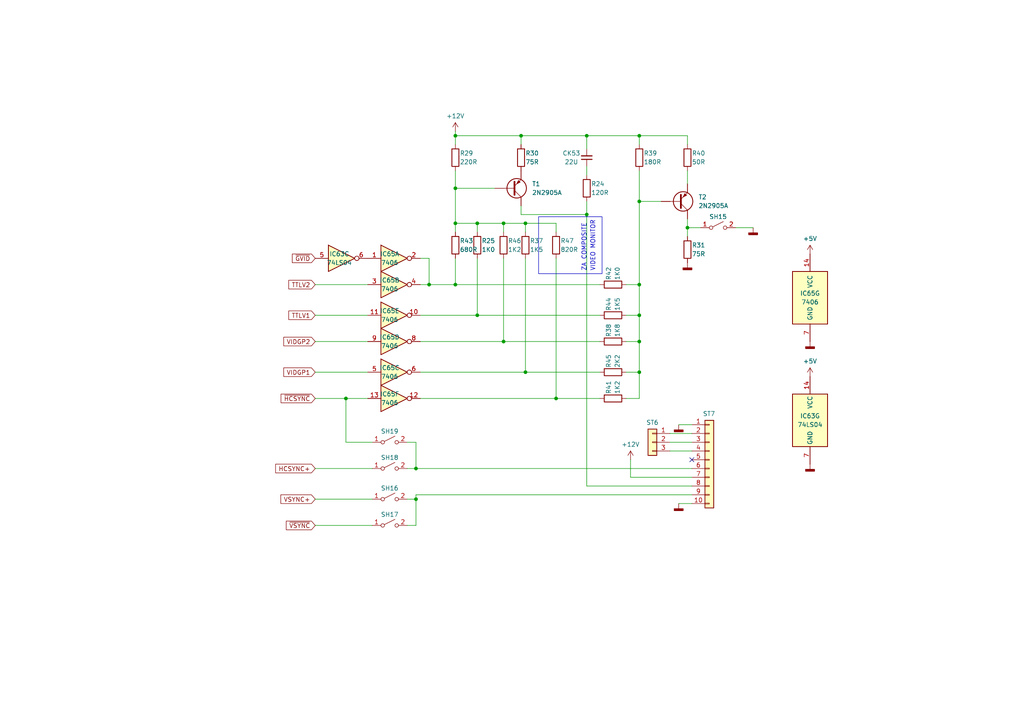
<source format=kicad_sch>
(kicad_sch
	(version 20231120)
	(generator "eeschema")
	(generator_version "8.0")
	(uuid "52382506-650d-41a5-b22a-a4b4857bf30d")
	(paper "A4")
	(title_block
		(title "PARTNER GDP: VIDEOMIX")
		(company "Oddbit Retro")
		(comment 1 "NARISAL: MIHA GRČAR")
	)
	(lib_symbols
		(symbol "74LS06_1"
			(pin_names
				(offset 1.016)
			)
			(exclude_from_sim no)
			(in_bom yes)
			(on_board yes)
			(property "Reference" "U4"
				(at -1.27 1.27 0)
				(effects
					(font
						(size 1.27 1.27)
					)
				)
			)
			(property "Value" "7406"
				(at -1.27 -1.27 0)
				(effects
					(font
						(size 1.27 1.27)
					)
				)
			)
			(property "Footprint" ""
				(at 0 0 0)
				(effects
					(font
						(size 1.27 1.27)
					)
					(hide yes)
				)
			)
			(property "Datasheet" "http://www.ti.com/lit/gpn/sn74LS06"
				(at 0 0 0)
				(effects
					(font
						(size 1.27 1.27)
					)
					(hide yes)
				)
			)
			(property "Description" "Inverter Open Collect"
				(at 0 0 0)
				(effects
					(font
						(size 1.27 1.27)
					)
					(hide yes)
				)
			)
			(property "ki_locked" ""
				(at 0 0 0)
				(effects
					(font
						(size 1.27 1.27)
					)
				)
			)
			(property "ki_keywords" "TTL not inv OpenCol"
				(at 0 0 0)
				(effects
					(font
						(size 1.27 1.27)
					)
					(hide yes)
				)
			)
			(property "ki_fp_filters" "DIP*W7.62mm*"
				(at 0 0 0)
				(effects
					(font
						(size 1.27 1.27)
					)
					(hide yes)
				)
			)
			(symbol "74LS06_1_1_0"
				(polyline
					(pts
						(xy -3.81 3.81) (xy -3.81 -3.81) (xy 3.81 0) (xy -3.81 3.81)
					)
					(stroke
						(width 0.254)
						(type default)
					)
					(fill
						(type background)
					)
				)
				(pin input line
					(at -7.62 0 0)
					(length 3.81)
					(name "~"
						(effects
							(font
								(size 1.27 1.27)
							)
						)
					)
					(number "1"
						(effects
							(font
								(size 1.27 1.27)
							)
						)
					)
				)
				(pin open_collector inverted
					(at 7.62 0 180)
					(length 3.81)
					(name "~"
						(effects
							(font
								(size 1.27 1.27)
							)
						)
					)
					(number "2"
						(effects
							(font
								(size 1.27 1.27)
							)
						)
					)
				)
			)
			(symbol "74LS06_1_2_0"
				(polyline
					(pts
						(xy -3.81 3.81) (xy -3.81 -3.81) (xy 3.81 0) (xy -3.81 3.81)
					)
					(stroke
						(width 0.254)
						(type default)
					)
					(fill
						(type background)
					)
				)
				(pin input line
					(at -7.62 0 0)
					(length 3.81)
					(name "~"
						(effects
							(font
								(size 1.27 1.27)
							)
						)
					)
					(number "3"
						(effects
							(font
								(size 1.27 1.27)
							)
						)
					)
				)
				(pin open_collector inverted
					(at 7.62 0 180)
					(length 3.81)
					(name "~"
						(effects
							(font
								(size 1.27 1.27)
							)
						)
					)
					(number "4"
						(effects
							(font
								(size 1.27 1.27)
							)
						)
					)
				)
			)
			(symbol "74LS06_1_3_0"
				(polyline
					(pts
						(xy -3.81 3.81) (xy -3.81 -3.81) (xy 3.81 0) (xy -3.81 3.81)
					)
					(stroke
						(width 0.254)
						(type default)
					)
					(fill
						(type background)
					)
				)
				(pin input line
					(at -7.62 0 0)
					(length 3.81)
					(name "~"
						(effects
							(font
								(size 1.27 1.27)
							)
						)
					)
					(number "5"
						(effects
							(font
								(size 1.27 1.27)
							)
						)
					)
				)
				(pin open_collector inverted
					(at 7.62 0 180)
					(length 3.81)
					(name "~"
						(effects
							(font
								(size 1.27 1.27)
							)
						)
					)
					(number "6"
						(effects
							(font
								(size 1.27 1.27)
							)
						)
					)
				)
			)
			(symbol "74LS06_1_4_0"
				(polyline
					(pts
						(xy -3.81 3.81) (xy -3.81 -3.81) (xy 3.81 0) (xy -3.81 3.81)
					)
					(stroke
						(width 0.254)
						(type default)
					)
					(fill
						(type background)
					)
				)
				(pin open_collector inverted
					(at 7.62 0 180)
					(length 3.81)
					(name "~"
						(effects
							(font
								(size 1.27 1.27)
							)
						)
					)
					(number "8"
						(effects
							(font
								(size 1.27 1.27)
							)
						)
					)
				)
				(pin input line
					(at -7.62 0 0)
					(length 3.81)
					(name "~"
						(effects
							(font
								(size 1.27 1.27)
							)
						)
					)
					(number "9"
						(effects
							(font
								(size 1.27 1.27)
							)
						)
					)
				)
			)
			(symbol "74LS06_1_5_0"
				(polyline
					(pts
						(xy -3.81 3.81) (xy -3.81 -3.81) (xy 3.81 0) (xy -3.81 3.81)
					)
					(stroke
						(width 0.254)
						(type default)
					)
					(fill
						(type background)
					)
				)
				(pin open_collector inverted
					(at 7.62 0 180)
					(length 3.81)
					(name "~"
						(effects
							(font
								(size 1.27 1.27)
							)
						)
					)
					(number "10"
						(effects
							(font
								(size 1.27 1.27)
							)
						)
					)
				)
				(pin input line
					(at -7.62 0 0)
					(length 3.81)
					(name "~"
						(effects
							(font
								(size 1.27 1.27)
							)
						)
					)
					(number "11"
						(effects
							(font
								(size 1.27 1.27)
							)
						)
					)
				)
			)
			(symbol "74LS06_1_6_0"
				(polyline
					(pts
						(xy -3.81 3.81) (xy -3.81 -3.81) (xy 3.81 0) (xy -3.81 3.81)
					)
					(stroke
						(width 0.254)
						(type default)
					)
					(fill
						(type background)
					)
				)
				(pin open_collector inverted
					(at 7.62 0 180)
					(length 3.81)
					(name "~"
						(effects
							(font
								(size 1.27 1.27)
							)
						)
					)
					(number "12"
						(effects
							(font
								(size 1.27 1.27)
							)
						)
					)
				)
				(pin input line
					(at -7.62 0 0)
					(length 3.81)
					(name "~"
						(effects
							(font
								(size 1.27 1.27)
							)
						)
					)
					(number "13"
						(effects
							(font
								(size 1.27 1.27)
							)
						)
					)
				)
			)
			(symbol "74LS06_1_7_0"
				(pin power_in line
					(at 0 12.7 270)
					(length 5.08)
					(name "VCC"
						(effects
							(font
								(size 1.27 1.27)
							)
						)
					)
					(number "14"
						(effects
							(font
								(size 1.27 1.27)
							)
						)
					)
				)
				(pin power_in line
					(at 0 -12.7 90)
					(length 5.08)
					(name "GND"
						(effects
							(font
								(size 1.27 1.27)
							)
						)
					)
					(number "7"
						(effects
							(font
								(size 1.27 1.27)
							)
						)
					)
				)
			)
			(symbol "74LS06_1_7_1"
				(rectangle
					(start -5.08 7.62)
					(end 5.08 -7.62)
					(stroke
						(width 0.254)
						(type default)
					)
					(fill
						(type background)
					)
				)
			)
		)
		(symbol "74xx:74LS04"
			(exclude_from_sim no)
			(in_bom yes)
			(on_board yes)
			(property "Reference" "U"
				(at 0 1.27 0)
				(effects
					(font
						(size 1.27 1.27)
					)
				)
			)
			(property "Value" "74LS04"
				(at 0 -1.27 0)
				(effects
					(font
						(size 1.27 1.27)
					)
				)
			)
			(property "Footprint" ""
				(at 0 0 0)
				(effects
					(font
						(size 1.27 1.27)
					)
					(hide yes)
				)
			)
			(property "Datasheet" "http://www.ti.com/lit/gpn/sn74LS04"
				(at 0 0 0)
				(effects
					(font
						(size 1.27 1.27)
					)
					(hide yes)
				)
			)
			(property "Description" "Hex Inverter"
				(at 0 0 0)
				(effects
					(font
						(size 1.27 1.27)
					)
					(hide yes)
				)
			)
			(property "ki_locked" ""
				(at 0 0 0)
				(effects
					(font
						(size 1.27 1.27)
					)
				)
			)
			(property "ki_keywords" "TTL not inv"
				(at 0 0 0)
				(effects
					(font
						(size 1.27 1.27)
					)
					(hide yes)
				)
			)
			(property "ki_fp_filters" "DIP*W7.62mm* SSOP?14* TSSOP?14*"
				(at 0 0 0)
				(effects
					(font
						(size 1.27 1.27)
					)
					(hide yes)
				)
			)
			(symbol "74LS04_1_0"
				(polyline
					(pts
						(xy -3.81 3.81) (xy -3.81 -3.81) (xy 3.81 0) (xy -3.81 3.81)
					)
					(stroke
						(width 0.254)
						(type default)
					)
					(fill
						(type background)
					)
				)
				(pin input line
					(at -7.62 0 0)
					(length 3.81)
					(name "~"
						(effects
							(font
								(size 1.27 1.27)
							)
						)
					)
					(number "1"
						(effects
							(font
								(size 1.27 1.27)
							)
						)
					)
				)
				(pin output inverted
					(at 7.62 0 180)
					(length 3.81)
					(name "~"
						(effects
							(font
								(size 1.27 1.27)
							)
						)
					)
					(number "2"
						(effects
							(font
								(size 1.27 1.27)
							)
						)
					)
				)
			)
			(symbol "74LS04_2_0"
				(polyline
					(pts
						(xy -3.81 3.81) (xy -3.81 -3.81) (xy 3.81 0) (xy -3.81 3.81)
					)
					(stroke
						(width 0.254)
						(type default)
					)
					(fill
						(type background)
					)
				)
				(pin input line
					(at -7.62 0 0)
					(length 3.81)
					(name "~"
						(effects
							(font
								(size 1.27 1.27)
							)
						)
					)
					(number "3"
						(effects
							(font
								(size 1.27 1.27)
							)
						)
					)
				)
				(pin output inverted
					(at 7.62 0 180)
					(length 3.81)
					(name "~"
						(effects
							(font
								(size 1.27 1.27)
							)
						)
					)
					(number "4"
						(effects
							(font
								(size 1.27 1.27)
							)
						)
					)
				)
			)
			(symbol "74LS04_3_0"
				(polyline
					(pts
						(xy -3.81 3.81) (xy -3.81 -3.81) (xy 3.81 0) (xy -3.81 3.81)
					)
					(stroke
						(width 0.254)
						(type default)
					)
					(fill
						(type background)
					)
				)
				(pin input line
					(at -7.62 0 0)
					(length 3.81)
					(name "~"
						(effects
							(font
								(size 1.27 1.27)
							)
						)
					)
					(number "5"
						(effects
							(font
								(size 1.27 1.27)
							)
						)
					)
				)
				(pin output inverted
					(at 7.62 0 180)
					(length 3.81)
					(name "~"
						(effects
							(font
								(size 1.27 1.27)
							)
						)
					)
					(number "6"
						(effects
							(font
								(size 1.27 1.27)
							)
						)
					)
				)
			)
			(symbol "74LS04_4_0"
				(polyline
					(pts
						(xy -3.81 3.81) (xy -3.81 -3.81) (xy 3.81 0) (xy -3.81 3.81)
					)
					(stroke
						(width 0.254)
						(type default)
					)
					(fill
						(type background)
					)
				)
				(pin output inverted
					(at 7.62 0 180)
					(length 3.81)
					(name "~"
						(effects
							(font
								(size 1.27 1.27)
							)
						)
					)
					(number "8"
						(effects
							(font
								(size 1.27 1.27)
							)
						)
					)
				)
				(pin input line
					(at -7.62 0 0)
					(length 3.81)
					(name "~"
						(effects
							(font
								(size 1.27 1.27)
							)
						)
					)
					(number "9"
						(effects
							(font
								(size 1.27 1.27)
							)
						)
					)
				)
			)
			(symbol "74LS04_5_0"
				(polyline
					(pts
						(xy -3.81 3.81) (xy -3.81 -3.81) (xy 3.81 0) (xy -3.81 3.81)
					)
					(stroke
						(width 0.254)
						(type default)
					)
					(fill
						(type background)
					)
				)
				(pin output inverted
					(at 7.62 0 180)
					(length 3.81)
					(name "~"
						(effects
							(font
								(size 1.27 1.27)
							)
						)
					)
					(number "10"
						(effects
							(font
								(size 1.27 1.27)
							)
						)
					)
				)
				(pin input line
					(at -7.62 0 0)
					(length 3.81)
					(name "~"
						(effects
							(font
								(size 1.27 1.27)
							)
						)
					)
					(number "11"
						(effects
							(font
								(size 1.27 1.27)
							)
						)
					)
				)
			)
			(symbol "74LS04_6_0"
				(polyline
					(pts
						(xy -3.81 3.81) (xy -3.81 -3.81) (xy 3.81 0) (xy -3.81 3.81)
					)
					(stroke
						(width 0.254)
						(type default)
					)
					(fill
						(type background)
					)
				)
				(pin output inverted
					(at 7.62 0 180)
					(length 3.81)
					(name "~"
						(effects
							(font
								(size 1.27 1.27)
							)
						)
					)
					(number "12"
						(effects
							(font
								(size 1.27 1.27)
							)
						)
					)
				)
				(pin input line
					(at -7.62 0 0)
					(length 3.81)
					(name "~"
						(effects
							(font
								(size 1.27 1.27)
							)
						)
					)
					(number "13"
						(effects
							(font
								(size 1.27 1.27)
							)
						)
					)
				)
			)
			(symbol "74LS04_7_0"
				(pin power_in line
					(at 0 12.7 270)
					(length 5.08)
					(name "VCC"
						(effects
							(font
								(size 1.27 1.27)
							)
						)
					)
					(number "14"
						(effects
							(font
								(size 1.27 1.27)
							)
						)
					)
				)
				(pin power_in line
					(at 0 -12.7 90)
					(length 5.08)
					(name "GND"
						(effects
							(font
								(size 1.27 1.27)
							)
						)
					)
					(number "7"
						(effects
							(font
								(size 1.27 1.27)
							)
						)
					)
				)
			)
			(symbol "74LS04_7_1"
				(rectangle
					(start -5.08 7.62)
					(end 5.08 -7.62)
					(stroke
						(width 0.254)
						(type default)
					)
					(fill
						(type background)
					)
				)
			)
		)
		(symbol "Connector_Generic:Conn_01x03"
			(pin_names
				(offset 1.016) hide)
			(exclude_from_sim no)
			(in_bom yes)
			(on_board yes)
			(property "Reference" "J"
				(at 0 5.08 0)
				(effects
					(font
						(size 1.27 1.27)
					)
				)
			)
			(property "Value" "Conn_01x03"
				(at 0 -5.08 0)
				(effects
					(font
						(size 1.27 1.27)
					)
				)
			)
			(property "Footprint" ""
				(at 0 0 0)
				(effects
					(font
						(size 1.27 1.27)
					)
					(hide yes)
				)
			)
			(property "Datasheet" "~"
				(at 0 0 0)
				(effects
					(font
						(size 1.27 1.27)
					)
					(hide yes)
				)
			)
			(property "Description" "Generic connector, single row, 01x03, script generated (kicad-library-utils/schlib/autogen/connector/)"
				(at 0 0 0)
				(effects
					(font
						(size 1.27 1.27)
					)
					(hide yes)
				)
			)
			(property "ki_keywords" "connector"
				(at 0 0 0)
				(effects
					(font
						(size 1.27 1.27)
					)
					(hide yes)
				)
			)
			(property "ki_fp_filters" "Connector*:*_1x??_*"
				(at 0 0 0)
				(effects
					(font
						(size 1.27 1.27)
					)
					(hide yes)
				)
			)
			(symbol "Conn_01x03_1_1"
				(rectangle
					(start -1.27 -2.413)
					(end 0 -2.667)
					(stroke
						(width 0.1524)
						(type default)
					)
					(fill
						(type none)
					)
				)
				(rectangle
					(start -1.27 0.127)
					(end 0 -0.127)
					(stroke
						(width 0.1524)
						(type default)
					)
					(fill
						(type none)
					)
				)
				(rectangle
					(start -1.27 2.667)
					(end 0 2.413)
					(stroke
						(width 0.1524)
						(type default)
					)
					(fill
						(type none)
					)
				)
				(rectangle
					(start -1.27 3.81)
					(end 1.27 -3.81)
					(stroke
						(width 0.254)
						(type default)
					)
					(fill
						(type background)
					)
				)
				(pin passive line
					(at -5.08 2.54 0)
					(length 3.81)
					(name "Pin_1"
						(effects
							(font
								(size 1.27 1.27)
							)
						)
					)
					(number "1"
						(effects
							(font
								(size 1.27 1.27)
							)
						)
					)
				)
				(pin passive line
					(at -5.08 0 0)
					(length 3.81)
					(name "Pin_2"
						(effects
							(font
								(size 1.27 1.27)
							)
						)
					)
					(number "2"
						(effects
							(font
								(size 1.27 1.27)
							)
						)
					)
				)
				(pin passive line
					(at -5.08 -2.54 0)
					(length 3.81)
					(name "Pin_3"
						(effects
							(font
								(size 1.27 1.27)
							)
						)
					)
					(number "3"
						(effects
							(font
								(size 1.27 1.27)
							)
						)
					)
				)
			)
		)
		(symbol "Connector_Generic:Conn_01x10"
			(pin_names
				(offset 1.016) hide)
			(exclude_from_sim no)
			(in_bom yes)
			(on_board yes)
			(property "Reference" "J"
				(at 0 12.7 0)
				(effects
					(font
						(size 1.27 1.27)
					)
				)
			)
			(property "Value" "Conn_01x10"
				(at 0 -15.24 0)
				(effects
					(font
						(size 1.27 1.27)
					)
				)
			)
			(property "Footprint" ""
				(at 0 0 0)
				(effects
					(font
						(size 1.27 1.27)
					)
					(hide yes)
				)
			)
			(property "Datasheet" "~"
				(at 0 0 0)
				(effects
					(font
						(size 1.27 1.27)
					)
					(hide yes)
				)
			)
			(property "Description" "Generic connector, single row, 01x10, script generated (kicad-library-utils/schlib/autogen/connector/)"
				(at 0 0 0)
				(effects
					(font
						(size 1.27 1.27)
					)
					(hide yes)
				)
			)
			(property "ki_keywords" "connector"
				(at 0 0 0)
				(effects
					(font
						(size 1.27 1.27)
					)
					(hide yes)
				)
			)
			(property "ki_fp_filters" "Connector*:*_1x??_*"
				(at 0 0 0)
				(effects
					(font
						(size 1.27 1.27)
					)
					(hide yes)
				)
			)
			(symbol "Conn_01x10_1_1"
				(rectangle
					(start -1.27 -12.573)
					(end 0 -12.827)
					(stroke
						(width 0.1524)
						(type default)
					)
					(fill
						(type none)
					)
				)
				(rectangle
					(start -1.27 -10.033)
					(end 0 -10.287)
					(stroke
						(width 0.1524)
						(type default)
					)
					(fill
						(type none)
					)
				)
				(rectangle
					(start -1.27 -7.493)
					(end 0 -7.747)
					(stroke
						(width 0.1524)
						(type default)
					)
					(fill
						(type none)
					)
				)
				(rectangle
					(start -1.27 -4.953)
					(end 0 -5.207)
					(stroke
						(width 0.1524)
						(type default)
					)
					(fill
						(type none)
					)
				)
				(rectangle
					(start -1.27 -2.413)
					(end 0 -2.667)
					(stroke
						(width 0.1524)
						(type default)
					)
					(fill
						(type none)
					)
				)
				(rectangle
					(start -1.27 0.127)
					(end 0 -0.127)
					(stroke
						(width 0.1524)
						(type default)
					)
					(fill
						(type none)
					)
				)
				(rectangle
					(start -1.27 2.667)
					(end 0 2.413)
					(stroke
						(width 0.1524)
						(type default)
					)
					(fill
						(type none)
					)
				)
				(rectangle
					(start -1.27 5.207)
					(end 0 4.953)
					(stroke
						(width 0.1524)
						(type default)
					)
					(fill
						(type none)
					)
				)
				(rectangle
					(start -1.27 7.747)
					(end 0 7.493)
					(stroke
						(width 0.1524)
						(type default)
					)
					(fill
						(type none)
					)
				)
				(rectangle
					(start -1.27 10.287)
					(end 0 10.033)
					(stroke
						(width 0.1524)
						(type default)
					)
					(fill
						(type none)
					)
				)
				(rectangle
					(start -1.27 11.43)
					(end 1.27 -13.97)
					(stroke
						(width 0.254)
						(type default)
					)
					(fill
						(type background)
					)
				)
				(pin passive line
					(at -5.08 10.16 0)
					(length 3.81)
					(name "Pin_1"
						(effects
							(font
								(size 1.27 1.27)
							)
						)
					)
					(number "1"
						(effects
							(font
								(size 1.27 1.27)
							)
						)
					)
				)
				(pin passive line
					(at -5.08 -12.7 0)
					(length 3.81)
					(name "Pin_10"
						(effects
							(font
								(size 1.27 1.27)
							)
						)
					)
					(number "10"
						(effects
							(font
								(size 1.27 1.27)
							)
						)
					)
				)
				(pin passive line
					(at -5.08 7.62 0)
					(length 3.81)
					(name "Pin_2"
						(effects
							(font
								(size 1.27 1.27)
							)
						)
					)
					(number "2"
						(effects
							(font
								(size 1.27 1.27)
							)
						)
					)
				)
				(pin passive line
					(at -5.08 5.08 0)
					(length 3.81)
					(name "Pin_3"
						(effects
							(font
								(size 1.27 1.27)
							)
						)
					)
					(number "3"
						(effects
							(font
								(size 1.27 1.27)
							)
						)
					)
				)
				(pin passive line
					(at -5.08 2.54 0)
					(length 3.81)
					(name "Pin_4"
						(effects
							(font
								(size 1.27 1.27)
							)
						)
					)
					(number "4"
						(effects
							(font
								(size 1.27 1.27)
							)
						)
					)
				)
				(pin passive line
					(at -5.08 0 0)
					(length 3.81)
					(name "Pin_5"
						(effects
							(font
								(size 1.27 1.27)
							)
						)
					)
					(number "5"
						(effects
							(font
								(size 1.27 1.27)
							)
						)
					)
				)
				(pin passive line
					(at -5.08 -2.54 0)
					(length 3.81)
					(name "Pin_6"
						(effects
							(font
								(size 1.27 1.27)
							)
						)
					)
					(number "6"
						(effects
							(font
								(size 1.27 1.27)
							)
						)
					)
				)
				(pin passive line
					(at -5.08 -5.08 0)
					(length 3.81)
					(name "Pin_7"
						(effects
							(font
								(size 1.27 1.27)
							)
						)
					)
					(number "7"
						(effects
							(font
								(size 1.27 1.27)
							)
						)
					)
				)
				(pin passive line
					(at -5.08 -7.62 0)
					(length 3.81)
					(name "Pin_8"
						(effects
							(font
								(size 1.27 1.27)
							)
						)
					)
					(number "8"
						(effects
							(font
								(size 1.27 1.27)
							)
						)
					)
				)
				(pin passive line
					(at -5.08 -10.16 0)
					(length 3.81)
					(name "Pin_9"
						(effects
							(font
								(size 1.27 1.27)
							)
						)
					)
					(number "9"
						(effects
							(font
								(size 1.27 1.27)
							)
						)
					)
				)
			)
		)
		(symbol "Device:C_Small"
			(pin_numbers hide)
			(pin_names
				(offset 0.254) hide)
			(exclude_from_sim no)
			(in_bom yes)
			(on_board yes)
			(property "Reference" "C"
				(at 0.254 1.778 0)
				(effects
					(font
						(size 1.27 1.27)
					)
					(justify left)
				)
			)
			(property "Value" "C_Small"
				(at 0.254 -2.032 0)
				(effects
					(font
						(size 1.27 1.27)
					)
					(justify left)
				)
			)
			(property "Footprint" ""
				(at 0 0 0)
				(effects
					(font
						(size 1.27 1.27)
					)
					(hide yes)
				)
			)
			(property "Datasheet" "~"
				(at 0 0 0)
				(effects
					(font
						(size 1.27 1.27)
					)
					(hide yes)
				)
			)
			(property "Description" "Unpolarized capacitor, small symbol"
				(at 0 0 0)
				(effects
					(font
						(size 1.27 1.27)
					)
					(hide yes)
				)
			)
			(property "ki_keywords" "capacitor cap"
				(at 0 0 0)
				(effects
					(font
						(size 1.27 1.27)
					)
					(hide yes)
				)
			)
			(property "ki_fp_filters" "C_*"
				(at 0 0 0)
				(effects
					(font
						(size 1.27 1.27)
					)
					(hide yes)
				)
			)
			(symbol "C_Small_0_1"
				(polyline
					(pts
						(xy -1.524 -0.508) (xy 1.524 -0.508)
					)
					(stroke
						(width 0.3302)
						(type default)
					)
					(fill
						(type none)
					)
				)
				(polyline
					(pts
						(xy -1.524 0.508) (xy 1.524 0.508)
					)
					(stroke
						(width 0.3048)
						(type default)
					)
					(fill
						(type none)
					)
				)
			)
			(symbol "C_Small_1_1"
				(pin passive line
					(at 0 2.54 270)
					(length 2.032)
					(name "~"
						(effects
							(font
								(size 1.27 1.27)
							)
						)
					)
					(number "1"
						(effects
							(font
								(size 1.27 1.27)
							)
						)
					)
				)
				(pin passive line
					(at 0 -2.54 90)
					(length 2.032)
					(name "~"
						(effects
							(font
								(size 1.27 1.27)
							)
						)
					)
					(number "2"
						(effects
							(font
								(size 1.27 1.27)
							)
						)
					)
				)
			)
		)
		(symbol "Device:R"
			(pin_numbers hide)
			(pin_names
				(offset 0)
			)
			(exclude_from_sim no)
			(in_bom yes)
			(on_board yes)
			(property "Reference" "R"
				(at 2.032 0 90)
				(effects
					(font
						(size 1.27 1.27)
					)
				)
			)
			(property "Value" "R"
				(at 0 0 90)
				(effects
					(font
						(size 1.27 1.27)
					)
				)
			)
			(property "Footprint" ""
				(at -1.778 0 90)
				(effects
					(font
						(size 1.27 1.27)
					)
					(hide yes)
				)
			)
			(property "Datasheet" "~"
				(at 0 0 0)
				(effects
					(font
						(size 1.27 1.27)
					)
					(hide yes)
				)
			)
			(property "Description" "Resistor"
				(at 0 0 0)
				(effects
					(font
						(size 1.27 1.27)
					)
					(hide yes)
				)
			)
			(property "ki_keywords" "R res resistor"
				(at 0 0 0)
				(effects
					(font
						(size 1.27 1.27)
					)
					(hide yes)
				)
			)
			(property "ki_fp_filters" "R_*"
				(at 0 0 0)
				(effects
					(font
						(size 1.27 1.27)
					)
					(hide yes)
				)
			)
			(symbol "R_0_1"
				(rectangle
					(start -1.016 -2.54)
					(end 1.016 2.54)
					(stroke
						(width 0.254)
						(type default)
					)
					(fill
						(type none)
					)
				)
			)
			(symbol "R_1_1"
				(pin passive line
					(at 0 3.81 270)
					(length 1.27)
					(name "~"
						(effects
							(font
								(size 1.27 1.27)
							)
						)
					)
					(number "1"
						(effects
							(font
								(size 1.27 1.27)
							)
						)
					)
				)
				(pin passive line
					(at 0 -3.81 90)
					(length 1.27)
					(name "~"
						(effects
							(font
								(size 1.27 1.27)
							)
						)
					)
					(number "2"
						(effects
							(font
								(size 1.27 1.27)
							)
						)
					)
				)
			)
		)
		(symbol "Simulation_SPICE:PNP"
			(pin_numbers hide)
			(pin_names
				(offset 0) hide)
			(exclude_from_sim no)
			(in_bom yes)
			(on_board yes)
			(property "Reference" "Q"
				(at -2.54 7.62 0)
				(effects
					(font
						(size 1.27 1.27)
					)
				)
			)
			(property "Value" "PNP"
				(at -2.54 5.08 0)
				(effects
					(font
						(size 1.27 1.27)
					)
				)
			)
			(property "Footprint" ""
				(at 35.56 0 0)
				(effects
					(font
						(size 1.27 1.27)
					)
					(hide yes)
				)
			)
			(property "Datasheet" "~"
				(at 35.56 0 0)
				(effects
					(font
						(size 1.27 1.27)
					)
					(hide yes)
				)
			)
			(property "Description" "Bipolar transistor symbol for simulation only, substrate tied to the emitter"
				(at 0 0 0)
				(effects
					(font
						(size 1.27 1.27)
					)
					(hide yes)
				)
			)
			(property "Sim.Device" "PNP"
				(at 0 0 0)
				(effects
					(font
						(size 1.27 1.27)
					)
					(hide yes)
				)
			)
			(property "Sim.Type" "GUMMELPOON"
				(at 0 0 0)
				(effects
					(font
						(size 1.27 1.27)
					)
					(hide yes)
				)
			)
			(property "Sim.Pins" "1=C 2=B 3=E"
				(at 0 0 0)
				(effects
					(font
						(size 1.27 1.27)
					)
					(hide yes)
				)
			)
			(property "ki_keywords" "simulation"
				(at 0 0 0)
				(effects
					(font
						(size 1.27 1.27)
					)
					(hide yes)
				)
			)
			(symbol "PNP_0_1"
				(polyline
					(pts
						(xy -2.54 0) (xy 0.635 0)
					)
					(stroke
						(width 0.1524)
						(type default)
					)
					(fill
						(type none)
					)
				)
				(polyline
					(pts
						(xy 0.635 0.635) (xy 2.54 2.54)
					)
					(stroke
						(width 0)
						(type default)
					)
					(fill
						(type none)
					)
				)
				(polyline
					(pts
						(xy 0.635 -0.635) (xy 2.54 -2.54) (xy 2.54 -2.54)
					)
					(stroke
						(width 0)
						(type default)
					)
					(fill
						(type none)
					)
				)
				(polyline
					(pts
						(xy 0.635 1.905) (xy 0.635 -1.905) (xy 0.635 -1.905)
					)
					(stroke
						(width 0.508)
						(type default)
					)
					(fill
						(type none)
					)
				)
				(polyline
					(pts
						(xy 2.286 -1.778) (xy 1.778 -2.286) (xy 1.27 -1.27) (xy 2.286 -1.778) (xy 2.286 -1.778)
					)
					(stroke
						(width 0)
						(type default)
					)
					(fill
						(type outline)
					)
				)
				(circle
					(center 1.27 0)
					(radius 2.8194)
					(stroke
						(width 0.254)
						(type default)
					)
					(fill
						(type none)
					)
				)
			)
			(symbol "PNP_1_1"
				(pin open_collector line
					(at 2.54 5.08 270)
					(length 2.54)
					(name "C"
						(effects
							(font
								(size 1.27 1.27)
							)
						)
					)
					(number "1"
						(effects
							(font
								(size 1.27 1.27)
							)
						)
					)
				)
				(pin input line
					(at -5.08 0 0)
					(length 2.54)
					(name "B"
						(effects
							(font
								(size 1.27 1.27)
							)
						)
					)
					(number "2"
						(effects
							(font
								(size 1.27 1.27)
							)
						)
					)
				)
				(pin open_emitter line
					(at 2.54 -5.08 90)
					(length 2.54)
					(name "E"
						(effects
							(font
								(size 1.27 1.27)
							)
						)
					)
					(number "3"
						(effects
							(font
								(size 1.27 1.27)
							)
						)
					)
				)
			)
		)
		(symbol "Switch:SW_DPST_x2"
			(pin_names
				(offset 0) hide)
			(exclude_from_sim no)
			(in_bom yes)
			(on_board yes)
			(property "Reference" "SH2"
				(at 0 -2.54 0)
				(effects
					(font
						(size 1.27 1.27)
					)
				)
			)
			(property "Value" "SCHALT"
				(at 0 3.175 0)
				(effects
					(font
						(size 1.27 1.27)
					)
				)
			)
			(property "Footprint" ""
				(at 0 0 0)
				(effects
					(font
						(size 1.27 1.27)
					)
					(hide yes)
				)
			)
			(property "Datasheet" "~"
				(at 0 0 0)
				(effects
					(font
						(size 1.27 1.27)
					)
					(hide yes)
				)
			)
			(property "Description" "Single Pole Single Throw (SPST) switch, separate symbol"
				(at 0 0 0)
				(effects
					(font
						(size 1.27 1.27)
					)
					(hide yes)
				)
			)
			(property "ki_keywords" "switch lever"
				(at 0 0 0)
				(effects
					(font
						(size 1.27 1.27)
					)
					(hide yes)
				)
			)
			(symbol "SW_DPST_x2_0_0"
				(circle
					(center -2.032 0)
					(radius 0.508)
					(stroke
						(width 0)
						(type default)
					)
					(fill
						(type none)
					)
				)
				(polyline
					(pts
						(xy -1.524 0.254) (xy 1.524 1.778)
					)
					(stroke
						(width 0)
						(type default)
					)
					(fill
						(type none)
					)
				)
				(circle
					(center 2.032 0)
					(radius 0.508)
					(stroke
						(width 0)
						(type default)
					)
					(fill
						(type none)
					)
				)
			)
			(symbol "SW_DPST_x2_1_1"
				(pin passive line
					(at -5.08 0 0)
					(length 2.54)
					(name "A"
						(effects
							(font
								(size 1.27 1.27)
							)
						)
					)
					(number "1"
						(effects
							(font
								(size 1.27 1.27)
							)
						)
					)
				)
				(pin passive line
					(at 5.08 0 180)
					(length 2.54)
					(name "B"
						(effects
							(font
								(size 1.27 1.27)
							)
						)
					)
					(number "2"
						(effects
							(font
								(size 1.27 1.27)
							)
						)
					)
				)
			)
		)
		(symbol "power:+12V"
			(power)
			(pin_names
				(offset 0)
			)
			(exclude_from_sim no)
			(in_bom yes)
			(on_board yes)
			(property "Reference" "#PWR"
				(at 0 -3.81 0)
				(effects
					(font
						(size 1.27 1.27)
					)
					(hide yes)
				)
			)
			(property "Value" "+12V"
				(at 0 3.556 0)
				(effects
					(font
						(size 1.27 1.27)
					)
				)
			)
			(property "Footprint" ""
				(at 0 0 0)
				(effects
					(font
						(size 1.27 1.27)
					)
					(hide yes)
				)
			)
			(property "Datasheet" ""
				(at 0 0 0)
				(effects
					(font
						(size 1.27 1.27)
					)
					(hide yes)
				)
			)
			(property "Description" "Power symbol creates a global label with name \"+12V\""
				(at 0 0 0)
				(effects
					(font
						(size 1.27 1.27)
					)
					(hide yes)
				)
			)
			(property "ki_keywords" "global power"
				(at 0 0 0)
				(effects
					(font
						(size 1.27 1.27)
					)
					(hide yes)
				)
			)
			(symbol "+12V_0_1"
				(polyline
					(pts
						(xy -0.762 1.27) (xy 0 2.54)
					)
					(stroke
						(width 0)
						(type default)
					)
					(fill
						(type none)
					)
				)
				(polyline
					(pts
						(xy 0 0) (xy 0 2.54)
					)
					(stroke
						(width 0)
						(type default)
					)
					(fill
						(type none)
					)
				)
				(polyline
					(pts
						(xy 0 2.54) (xy 0.762 1.27)
					)
					(stroke
						(width 0)
						(type default)
					)
					(fill
						(type none)
					)
				)
			)
			(symbol "+12V_1_1"
				(pin power_in line
					(at 0 0 90)
					(length 0) hide
					(name "+12V"
						(effects
							(font
								(size 1.27 1.27)
							)
						)
					)
					(number "1"
						(effects
							(font
								(size 1.27 1.27)
							)
						)
					)
				)
			)
		)
		(symbol "power:+5V"
			(power)
			(pin_names
				(offset 0)
			)
			(exclude_from_sim no)
			(in_bom yes)
			(on_board yes)
			(property "Reference" "#PWR"
				(at 0 -3.81 0)
				(effects
					(font
						(size 1.27 1.27)
					)
					(hide yes)
				)
			)
			(property "Value" "+5V"
				(at 0 3.556 0)
				(effects
					(font
						(size 1.27 1.27)
					)
				)
			)
			(property "Footprint" ""
				(at 0 0 0)
				(effects
					(font
						(size 1.27 1.27)
					)
					(hide yes)
				)
			)
			(property "Datasheet" ""
				(at 0 0 0)
				(effects
					(font
						(size 1.27 1.27)
					)
					(hide yes)
				)
			)
			(property "Description" "Power symbol creates a global label with name \"+5V\""
				(at 0 0 0)
				(effects
					(font
						(size 1.27 1.27)
					)
					(hide yes)
				)
			)
			(property "ki_keywords" "global power"
				(at 0 0 0)
				(effects
					(font
						(size 1.27 1.27)
					)
					(hide yes)
				)
			)
			(symbol "+5V_0_1"
				(polyline
					(pts
						(xy -0.762 1.27) (xy 0 2.54)
					)
					(stroke
						(width 0)
						(type default)
					)
					(fill
						(type none)
					)
				)
				(polyline
					(pts
						(xy 0 0) (xy 0 2.54)
					)
					(stroke
						(width 0)
						(type default)
					)
					(fill
						(type none)
					)
				)
				(polyline
					(pts
						(xy 0 2.54) (xy 0.762 1.27)
					)
					(stroke
						(width 0)
						(type default)
					)
					(fill
						(type none)
					)
				)
			)
			(symbol "+5V_1_1"
				(pin power_in line
					(at 0 0 90)
					(length 0) hide
					(name "+5V"
						(effects
							(font
								(size 1.27 1.27)
							)
						)
					)
					(number "1"
						(effects
							(font
								(size 1.27 1.27)
							)
						)
					)
				)
			)
		)
		(symbol "power:GNDD"
			(power)
			(pin_names
				(offset 0)
			)
			(exclude_from_sim no)
			(in_bom yes)
			(on_board yes)
			(property "Reference" "#PWR"
				(at 0 -6.35 0)
				(effects
					(font
						(size 1.27 1.27)
					)
					(hide yes)
				)
			)
			(property "Value" "GNDD"
				(at 0 -3.175 0)
				(effects
					(font
						(size 1.27 1.27)
					)
				)
			)
			(property "Footprint" ""
				(at 0 0 0)
				(effects
					(font
						(size 1.27 1.27)
					)
					(hide yes)
				)
			)
			(property "Datasheet" ""
				(at 0 0 0)
				(effects
					(font
						(size 1.27 1.27)
					)
					(hide yes)
				)
			)
			(property "Description" "Power symbol creates a global label with name \"GNDD\" , digital ground"
				(at 0 0 0)
				(effects
					(font
						(size 1.27 1.27)
					)
					(hide yes)
				)
			)
			(property "ki_keywords" "global power"
				(at 0 0 0)
				(effects
					(font
						(size 1.27 1.27)
					)
					(hide yes)
				)
			)
			(symbol "GNDD_0_1"
				(rectangle
					(start -1.27 -1.524)
					(end 1.27 -2.032)
					(stroke
						(width 0.254)
						(type default)
					)
					(fill
						(type outline)
					)
				)
				(polyline
					(pts
						(xy 0 0) (xy 0 -1.524)
					)
					(stroke
						(width 0)
						(type default)
					)
					(fill
						(type none)
					)
				)
			)
			(symbol "GNDD_1_1"
				(pin power_in line
					(at 0 0 270)
					(length 0) hide
					(name "GNDD"
						(effects
							(font
								(size 1.27 1.27)
							)
						)
					)
					(number "1"
						(effects
							(font
								(size 1.27 1.27)
							)
						)
					)
				)
			)
		)
	)
	(junction
		(at 185.42 91.44)
		(diameter 0)
		(color 0 0 0 0)
		(uuid "01a9f652-bceb-456a-bf82-a665d351623f")
	)
	(junction
		(at 132.08 54.61)
		(diameter 0)
		(color 0 0 0 0)
		(uuid "0d5631a4-9117-4541-98b1-c876c7ed055f")
	)
	(junction
		(at 152.4 64.77)
		(diameter 0)
		(color 0 0 0 0)
		(uuid "13c93765-498f-4717-a039-b886a775083b")
	)
	(junction
		(at 170.18 62.23)
		(diameter 0)
		(color 0 0 0 0)
		(uuid "319f00c8-a8fe-412c-aa3b-47305c844e79")
	)
	(junction
		(at 138.43 64.77)
		(diameter 0)
		(color 0 0 0 0)
		(uuid "3b4d9d1c-5a98-4cb8-8fbf-d278963e7dfd")
	)
	(junction
		(at 170.18 39.37)
		(diameter 0)
		(color 0 0 0 0)
		(uuid "41c6d426-24e7-4993-930e-d4409518a0cf")
	)
	(junction
		(at 132.08 82.55)
		(diameter 0)
		(color 0 0 0 0)
		(uuid "4386e7c4-1d75-488d-b9e9-f90b3cb04f35")
	)
	(junction
		(at 132.08 39.37)
		(diameter 0)
		(color 0 0 0 0)
		(uuid "43c38dfd-21d6-4e40-aba5-08ebfba77ca1")
	)
	(junction
		(at 185.42 58.42)
		(diameter 0)
		(color 0 0 0 0)
		(uuid "4da73c72-ab38-440c-8fe4-5e2c5532b515")
	)
	(junction
		(at 185.42 99.06)
		(diameter 0)
		(color 0 0 0 0)
		(uuid "6767e0d0-dd10-47bc-aedb-57507f40534f")
	)
	(junction
		(at 124.46 82.55)
		(diameter 0)
		(color 0 0 0 0)
		(uuid "72e4f6a9-f0bf-4bc2-adbe-ad9c146a6960")
	)
	(junction
		(at 100.33 115.57)
		(diameter 0)
		(color 0 0 0 0)
		(uuid "7ec53566-60ab-442c-92bd-1ceb6bdb9be8")
	)
	(junction
		(at 199.39 66.04)
		(diameter 0)
		(color 0 0 0 0)
		(uuid "8844ea4e-1c3a-43da-a690-2fcd1728cae1")
	)
	(junction
		(at 120.65 135.89)
		(diameter 0)
		(color 0 0 0 0)
		(uuid "89576870-117f-43d1-b495-76c0c672f002")
	)
	(junction
		(at 185.42 107.95)
		(diameter 0)
		(color 0 0 0 0)
		(uuid "9915fa82-b036-4fe5-8d6e-eb64496f11eb")
	)
	(junction
		(at 120.65 144.78)
		(diameter 0)
		(color 0 0 0 0)
		(uuid "adb5782c-8e6a-40e8-abe1-0969915c61d9")
	)
	(junction
		(at 185.42 39.37)
		(diameter 0)
		(color 0 0 0 0)
		(uuid "b02e19a3-3a44-4189-bdde-9f8ee2dd1c03")
	)
	(junction
		(at 151.13 39.37)
		(diameter 0)
		(color 0 0 0 0)
		(uuid "d9a76306-bd77-4512-8465-e06c811e067a")
	)
	(junction
		(at 146.05 64.77)
		(diameter 0)
		(color 0 0 0 0)
		(uuid "daba6dd8-b338-455b-9d1a-514ecbcd5d5a")
	)
	(junction
		(at 161.29 115.57)
		(diameter 0)
		(color 0 0 0 0)
		(uuid "e999fd7f-d9df-4a4d-a263-194fb31f72ae")
	)
	(junction
		(at 185.42 82.55)
		(diameter 0)
		(color 0 0 0 0)
		(uuid "eb806f16-a8df-448a-97b1-862d3b4db63f")
	)
	(junction
		(at 146.05 99.06)
		(diameter 0)
		(color 0 0 0 0)
		(uuid "ecf32fc8-2573-4aaf-b830-2dd3a156baf7")
	)
	(junction
		(at 132.08 64.77)
		(diameter 0)
		(color 0 0 0 0)
		(uuid "f68b7f9b-7a30-4709-8391-ab6c84ff2853")
	)
	(junction
		(at 138.43 91.44)
		(diameter 0)
		(color 0 0 0 0)
		(uuid "f8e7a8fc-6741-47b7-9565-055ee26ec777")
	)
	(junction
		(at 152.4 107.95)
		(diameter 0)
		(color 0 0 0 0)
		(uuid "fb9329c7-89ce-4918-8e6d-e91b245dbd6f")
	)
	(no_connect
		(at 200.66 133.35)
		(uuid "a842665f-1976-4669-a3d5-8b7f5b76c621")
	)
	(wire
		(pts
			(xy 170.18 48.26) (xy 170.18 50.8)
		)
		(stroke
			(width 0)
			(type default)
		)
		(uuid "00ac2074-7f4c-486a-a710-d744866f0e97")
	)
	(wire
		(pts
			(xy 199.39 39.37) (xy 199.39 41.91)
		)
		(stroke
			(width 0)
			(type default)
		)
		(uuid "02581266-8655-45f0-be43-dfb873a62433")
	)
	(wire
		(pts
			(xy 191.77 58.42) (xy 185.42 58.42)
		)
		(stroke
			(width 0)
			(type default)
		)
		(uuid "04870546-971d-4fc7-9249-537bbf52c88c")
	)
	(wire
		(pts
			(xy 194.31 130.81) (xy 200.66 130.81)
		)
		(stroke
			(width 0)
			(type default)
		)
		(uuid "0abd89f5-c78c-457f-a214-cb784ebd79d3")
	)
	(wire
		(pts
			(xy 181.61 82.55) (xy 185.42 82.55)
		)
		(stroke
			(width 0)
			(type default)
		)
		(uuid "0b3d199b-b0b4-46a7-89a4-b238ae9742d5")
	)
	(wire
		(pts
			(xy 170.18 140.97) (xy 200.66 140.97)
		)
		(stroke
			(width 0)
			(type default)
		)
		(uuid "0dabe1e3-d149-43bb-a19c-dd645b15f8d9")
	)
	(wire
		(pts
			(xy 120.65 135.89) (xy 118.11 135.89)
		)
		(stroke
			(width 0)
			(type default)
		)
		(uuid "12f14999-56cb-455e-ba7e-13b39ca75312")
	)
	(wire
		(pts
			(xy 199.39 66.04) (xy 203.2 66.04)
		)
		(stroke
			(width 0)
			(type default)
		)
		(uuid "1cb29cee-e5f7-4811-a564-ac2f3e9497d9")
	)
	(wire
		(pts
			(xy 91.44 144.78) (xy 107.95 144.78)
		)
		(stroke
			(width 0)
			(type default)
		)
		(uuid "208edd81-30df-4d85-9ea5-b25b72d3de7c")
	)
	(wire
		(pts
			(xy 185.42 58.42) (xy 185.42 82.55)
		)
		(stroke
			(width 0)
			(type default)
		)
		(uuid "220300d2-2e2b-485f-94ab-dca363b2932a")
	)
	(wire
		(pts
			(xy 138.43 74.93) (xy 138.43 91.44)
		)
		(stroke
			(width 0)
			(type default)
		)
		(uuid "22a944bf-510a-4acf-bc3f-02a76d669572")
	)
	(wire
		(pts
			(xy 120.65 128.27) (xy 118.11 128.27)
		)
		(stroke
			(width 0)
			(type default)
		)
		(uuid "2945505c-801b-4812-b4b6-6fbcb2658808")
	)
	(wire
		(pts
			(xy 91.44 152.4) (xy 107.95 152.4)
		)
		(stroke
			(width 0)
			(type default)
		)
		(uuid "2e190e5c-609b-4511-9ab2-36f7ab729338")
	)
	(wire
		(pts
			(xy 91.44 82.55) (xy 106.68 82.55)
		)
		(stroke
			(width 0)
			(type default)
		)
		(uuid "3333591c-4bcf-468c-b8f6-7a8aa7da782d")
	)
	(wire
		(pts
			(xy 199.39 63.5) (xy 199.39 66.04)
		)
		(stroke
			(width 0)
			(type default)
		)
		(uuid "34300397-a10c-4d26-a0b0-f7d9ab05cafb")
	)
	(wire
		(pts
			(xy 121.92 107.95) (xy 152.4 107.95)
		)
		(stroke
			(width 0)
			(type default)
		)
		(uuid "41109a20-c042-4f56-902e-4405ffd7858b")
	)
	(wire
		(pts
			(xy 138.43 91.44) (xy 173.99 91.44)
		)
		(stroke
			(width 0)
			(type default)
		)
		(uuid "44a951bb-a3cd-486e-8fca-c1a4c381d711")
	)
	(wire
		(pts
			(xy 200.66 138.43) (xy 182.88 138.43)
		)
		(stroke
			(width 0)
			(type default)
		)
		(uuid "462c478c-f952-4180-902b-aebe8a745993")
	)
	(wire
		(pts
			(xy 138.43 64.77) (xy 138.43 67.31)
		)
		(stroke
			(width 0)
			(type default)
		)
		(uuid "462f940a-d9f1-45f8-ba07-1a1307366acd")
	)
	(wire
		(pts
			(xy 132.08 54.61) (xy 132.08 64.77)
		)
		(stroke
			(width 0)
			(type default)
		)
		(uuid "4a4896bc-f326-4023-9881-29ca11bd14a0")
	)
	(wire
		(pts
			(xy 132.08 82.55) (xy 173.99 82.55)
		)
		(stroke
			(width 0)
			(type default)
		)
		(uuid "4df5373c-a628-4d2d-ad90-3edb238f2a04")
	)
	(wire
		(pts
			(xy 120.65 144.78) (xy 120.65 152.4)
		)
		(stroke
			(width 0)
			(type default)
		)
		(uuid "5287b4a0-e843-4583-8b94-f2d54f1a1324")
	)
	(wire
		(pts
			(xy 181.61 115.57) (xy 185.42 115.57)
		)
		(stroke
			(width 0)
			(type default)
		)
		(uuid "53b00bb9-1a73-4321-aad5-0ce80fb2ff66")
	)
	(wire
		(pts
			(xy 199.39 66.04) (xy 199.39 68.58)
		)
		(stroke
			(width 0)
			(type default)
		)
		(uuid "53d43bf6-e948-499a-8b9f-bdb78b7e483d")
	)
	(wire
		(pts
			(xy 91.44 99.06) (xy 106.68 99.06)
		)
		(stroke
			(width 0)
			(type default)
		)
		(uuid "55435205-9326-4bed-9e7b-1c0a9ea9eafc")
	)
	(wire
		(pts
			(xy 185.42 82.55) (xy 185.42 91.44)
		)
		(stroke
			(width 0)
			(type default)
		)
		(uuid "595cc28c-6a07-4fc2-8daa-e2163b4a04fb")
	)
	(wire
		(pts
			(xy 151.13 39.37) (xy 151.13 41.91)
		)
		(stroke
			(width 0)
			(type default)
		)
		(uuid "5c44210d-2291-4bc8-86d1-c1bd597648e0")
	)
	(wire
		(pts
			(xy 185.42 107.95) (xy 185.42 115.57)
		)
		(stroke
			(width 0)
			(type default)
		)
		(uuid "5c617765-8f8a-4c5e-b2d3-56e3ee127291")
	)
	(wire
		(pts
			(xy 121.92 115.57) (xy 161.29 115.57)
		)
		(stroke
			(width 0)
			(type default)
		)
		(uuid "5f99d76c-38aa-4c9b-870b-89bfac19e646")
	)
	(wire
		(pts
			(xy 194.31 125.73) (xy 200.66 125.73)
		)
		(stroke
			(width 0)
			(type default)
		)
		(uuid "60457f47-dce1-486f-8b8e-00cab19b5512")
	)
	(wire
		(pts
			(xy 100.33 115.57) (xy 106.68 115.57)
		)
		(stroke
			(width 0)
			(type default)
		)
		(uuid "6112d23e-c565-4791-ad20-844dbf223610")
	)
	(wire
		(pts
			(xy 161.29 67.31) (xy 161.29 64.77)
		)
		(stroke
			(width 0)
			(type default)
		)
		(uuid "62239158-6ff3-4933-8c7e-88323019896f")
	)
	(wire
		(pts
			(xy 118.11 144.78) (xy 120.65 144.78)
		)
		(stroke
			(width 0)
			(type default)
		)
		(uuid "650b3bd1-fe46-4798-a198-1bc27172bf34")
	)
	(wire
		(pts
			(xy 132.08 39.37) (xy 132.08 41.91)
		)
		(stroke
			(width 0)
			(type default)
		)
		(uuid "67155a25-40fb-4928-b3ce-046d2cd7d3f0")
	)
	(wire
		(pts
			(xy 182.88 133.35) (xy 182.88 138.43)
		)
		(stroke
			(width 0)
			(type default)
		)
		(uuid "67497dfa-67b6-458d-9c5b-030d7ad4286c")
	)
	(wire
		(pts
			(xy 185.42 91.44) (xy 185.42 99.06)
		)
		(stroke
			(width 0)
			(type default)
		)
		(uuid "6a788b45-0a18-44f2-96c1-b1b7674bbd0e")
	)
	(wire
		(pts
			(xy 152.4 107.95) (xy 173.99 107.95)
		)
		(stroke
			(width 0)
			(type default)
		)
		(uuid "6c03b4f3-6598-4056-b8bc-d17f3f96abab")
	)
	(wire
		(pts
			(xy 107.95 128.27) (xy 100.33 128.27)
		)
		(stroke
			(width 0)
			(type default)
		)
		(uuid "7276e16c-7c0c-44e5-812b-a71e4a738db2")
	)
	(wire
		(pts
			(xy 121.92 99.06) (xy 146.05 99.06)
		)
		(stroke
			(width 0)
			(type default)
		)
		(uuid "740aae49-4c6a-4695-a613-ec5b42620a48")
	)
	(wire
		(pts
			(xy 181.61 91.44) (xy 185.42 91.44)
		)
		(stroke
			(width 0)
			(type default)
		)
		(uuid "754073eb-d9d8-471c-a193-a78853109f9c")
	)
	(wire
		(pts
			(xy 185.42 39.37) (xy 199.39 39.37)
		)
		(stroke
			(width 0)
			(type default)
		)
		(uuid "7a0dc351-c6a2-40f8-a935-73f3b5d022f4")
	)
	(wire
		(pts
			(xy 121.92 91.44) (xy 138.43 91.44)
		)
		(stroke
			(width 0)
			(type default)
		)
		(uuid "7acf6101-6754-4549-b85d-76d8367fba34")
	)
	(wire
		(pts
			(xy 194.31 128.27) (xy 200.66 128.27)
		)
		(stroke
			(width 0)
			(type default)
		)
		(uuid "8b75471f-764e-419f-86db-0e21cbb6778a")
	)
	(wire
		(pts
			(xy 120.65 135.89) (xy 200.66 135.89)
		)
		(stroke
			(width 0)
			(type default)
		)
		(uuid "914cad15-f032-4c81-bf3c-52b621e48ddb")
	)
	(wire
		(pts
			(xy 151.13 59.69) (xy 151.13 62.23)
		)
		(stroke
			(width 0)
			(type default)
		)
		(uuid "92268a3f-9242-4926-81e2-a2ba19fa4586")
	)
	(wire
		(pts
			(xy 120.65 143.51) (xy 120.65 144.78)
		)
		(stroke
			(width 0)
			(type default)
		)
		(uuid "98fa04b9-55c5-4734-8c8d-4ed361dc28ed")
	)
	(wire
		(pts
			(xy 200.66 143.51) (xy 120.65 143.51)
		)
		(stroke
			(width 0)
			(type default)
		)
		(uuid "993cbc13-1d2d-4f82-a12a-39c8cd6f2b13")
	)
	(wire
		(pts
			(xy 146.05 64.77) (xy 146.05 67.31)
		)
		(stroke
			(width 0)
			(type default)
		)
		(uuid "9b723f02-2b14-4710-93ee-722a6029eca4")
	)
	(wire
		(pts
			(xy 151.13 62.23) (xy 170.18 62.23)
		)
		(stroke
			(width 0)
			(type default)
		)
		(uuid "9f1aec41-56d0-4b48-9ded-45f42ad13930")
	)
	(wire
		(pts
			(xy 120.65 152.4) (xy 118.11 152.4)
		)
		(stroke
			(width 0)
			(type default)
		)
		(uuid "a06675ad-0cc7-425c-977a-0d89b31079c0")
	)
	(wire
		(pts
			(xy 196.85 123.19) (xy 200.66 123.19)
		)
		(stroke
			(width 0)
			(type default)
		)
		(uuid "a75f6708-4af5-44ec-8b95-e5b47fc62201")
	)
	(wire
		(pts
			(xy 132.08 39.37) (xy 151.13 39.37)
		)
		(stroke
			(width 0)
			(type default)
		)
		(uuid "aa9200a9-cb7f-4d21-a1e8-5186882eb86d")
	)
	(wire
		(pts
			(xy 132.08 74.93) (xy 132.08 82.55)
		)
		(stroke
			(width 0)
			(type default)
		)
		(uuid "aa96da21-f576-43d9-a380-204a60fc5c38")
	)
	(wire
		(pts
			(xy 132.08 64.77) (xy 138.43 64.77)
		)
		(stroke
			(width 0)
			(type default)
		)
		(uuid "b26ee2c2-ec6b-4429-b730-39fd41c3ef56")
	)
	(wire
		(pts
			(xy 100.33 128.27) (xy 100.33 115.57)
		)
		(stroke
			(width 0)
			(type default)
		)
		(uuid "b928bb2a-86f1-435f-80c7-8447e47e6f19")
	)
	(wire
		(pts
			(xy 91.44 91.44) (xy 106.68 91.44)
		)
		(stroke
			(width 0)
			(type default)
		)
		(uuid "bb59ef9a-ad52-42cf-8de2-a84f2fcac883")
	)
	(wire
		(pts
			(xy 199.39 49.53) (xy 199.39 53.34)
		)
		(stroke
			(width 0)
			(type default)
		)
		(uuid "bbdce151-80b8-4dec-b7f8-f83bcdd4959c")
	)
	(wire
		(pts
			(xy 91.44 135.89) (xy 107.95 135.89)
		)
		(stroke
			(width 0)
			(type default)
		)
		(uuid "bc4f3582-6f49-4cfa-a706-e381ba1e1199")
	)
	(wire
		(pts
			(xy 132.08 64.77) (xy 132.08 67.31)
		)
		(stroke
			(width 0)
			(type default)
		)
		(uuid "bdf1e73d-8e03-4599-889c-0d4b79ace919")
	)
	(wire
		(pts
			(xy 146.05 64.77) (xy 152.4 64.77)
		)
		(stroke
			(width 0)
			(type default)
		)
		(uuid "c19f1f51-7151-4cd9-a9bc-ec565eef9cb0")
	)
	(wire
		(pts
			(xy 161.29 115.57) (xy 173.99 115.57)
		)
		(stroke
			(width 0)
			(type default)
		)
		(uuid "c1c0a4b3-dcfd-472b-b2a1-1007f0ac344c")
	)
	(wire
		(pts
			(xy 181.61 107.95) (xy 185.42 107.95)
		)
		(stroke
			(width 0)
			(type default)
		)
		(uuid "cb0394fc-d2f1-4c92-862f-2472138ee6b2")
	)
	(wire
		(pts
			(xy 132.08 54.61) (xy 132.08 49.53)
		)
		(stroke
			(width 0)
			(type default)
		)
		(uuid "ccd50378-afe5-4054-9d5f-fdbf7995e491")
	)
	(wire
		(pts
			(xy 170.18 43.18) (xy 170.18 39.37)
		)
		(stroke
			(width 0)
			(type default)
		)
		(uuid "d11b17cd-1c49-4a13-a3fb-5905775904a7")
	)
	(wire
		(pts
			(xy 213.36 66.04) (xy 218.44 66.04)
		)
		(stroke
			(width 0)
			(type default)
		)
		(uuid "d451ccae-db94-4ab2-ac05-3485441e9dc5")
	)
	(wire
		(pts
			(xy 185.42 39.37) (xy 185.42 41.91)
		)
		(stroke
			(width 0)
			(type default)
		)
		(uuid "d5fef7ba-a9b3-4f2b-95fb-4ecce04bc43a")
	)
	(wire
		(pts
			(xy 91.44 115.57) (xy 100.33 115.57)
		)
		(stroke
			(width 0)
			(type default)
		)
		(uuid "d8685a9f-e91d-476f-8149-c99dcff4b355")
	)
	(wire
		(pts
			(xy 146.05 74.93) (xy 146.05 99.06)
		)
		(stroke
			(width 0)
			(type default)
		)
		(uuid "db58cbe8-c775-4103-a224-ba81c153e6a2")
	)
	(wire
		(pts
			(xy 196.85 146.05) (xy 200.66 146.05)
		)
		(stroke
			(width 0)
			(type default)
		)
		(uuid "ddbca01e-ce2e-448a-973b-2d190098c2cd")
	)
	(wire
		(pts
			(xy 124.46 82.55) (xy 132.08 82.55)
		)
		(stroke
			(width 0)
			(type default)
		)
		(uuid "e0b2db0b-c0b4-417a-9c41-c57c27c1d738")
	)
	(wire
		(pts
			(xy 132.08 38.1) (xy 132.08 39.37)
		)
		(stroke
			(width 0)
			(type default)
		)
		(uuid "e1e01404-e3a8-451f-bce8-0ef7ec67c9a9")
	)
	(wire
		(pts
			(xy 170.18 39.37) (xy 185.42 39.37)
		)
		(stroke
			(width 0)
			(type default)
		)
		(uuid "e4fb465b-4870-4c44-889e-ac2ae8ed858a")
	)
	(wire
		(pts
			(xy 120.65 128.27) (xy 120.65 135.89)
		)
		(stroke
			(width 0)
			(type default)
		)
		(uuid "e5772d4c-eb4a-4095-9eda-a825f0989340")
	)
	(wire
		(pts
			(xy 143.51 54.61) (xy 132.08 54.61)
		)
		(stroke
			(width 0)
			(type default)
		)
		(uuid "e5843c80-d8d5-4e7f-ba73-2b0e26090625")
	)
	(wire
		(pts
			(xy 170.18 58.42) (xy 170.18 62.23)
		)
		(stroke
			(width 0)
			(type default)
		)
		(uuid "e7296acd-68a4-48ae-a9ff-fb45d84bce8d")
	)
	(wire
		(pts
			(xy 181.61 99.06) (xy 185.42 99.06)
		)
		(stroke
			(width 0)
			(type default)
		)
		(uuid "e8e787e1-b0b5-4df1-b1ad-18c861550fe1")
	)
	(wire
		(pts
			(xy 151.13 39.37) (xy 170.18 39.37)
		)
		(stroke
			(width 0)
			(type default)
		)
		(uuid "ea6b958c-9fec-47f4-a076-b79974145f5b")
	)
	(wire
		(pts
			(xy 121.92 74.93) (xy 124.46 74.93)
		)
		(stroke
			(width 0)
			(type default)
		)
		(uuid "eb61141d-3391-4032-b568-59f25a687b28")
	)
	(wire
		(pts
			(xy 185.42 99.06) (xy 185.42 107.95)
		)
		(stroke
			(width 0)
			(type default)
		)
		(uuid "ec886c3e-ff3a-4259-9a90-66690b2f3e51")
	)
	(wire
		(pts
			(xy 185.42 49.53) (xy 185.42 58.42)
		)
		(stroke
			(width 0)
			(type default)
		)
		(uuid "ece3ba6d-e402-4e27-a182-60b2279b161b")
	)
	(wire
		(pts
			(xy 91.44 107.95) (xy 106.68 107.95)
		)
		(stroke
			(width 0)
			(type default)
		)
		(uuid "ed3847a5-59a0-49ac-9f91-065b8ba56141")
	)
	(wire
		(pts
			(xy 124.46 74.93) (xy 124.46 82.55)
		)
		(stroke
			(width 0)
			(type default)
		)
		(uuid "ee5db423-0d83-4df7-b662-153ad9961e3d")
	)
	(wire
		(pts
			(xy 146.05 99.06) (xy 173.99 99.06)
		)
		(stroke
			(width 0)
			(type default)
		)
		(uuid "eea73010-ea0f-4e39-b75e-2eb5ee07ef00")
	)
	(wire
		(pts
			(xy 152.4 74.93) (xy 152.4 107.95)
		)
		(stroke
			(width 0)
			(type default)
		)
		(uuid "f52069ef-1e56-480b-a1ac-a0499811efa1")
	)
	(wire
		(pts
			(xy 138.43 64.77) (xy 146.05 64.77)
		)
		(stroke
			(width 0)
			(type default)
		)
		(uuid "f550497b-0abc-4dd4-904a-53398461d7d6")
	)
	(wire
		(pts
			(xy 152.4 64.77) (xy 161.29 64.77)
		)
		(stroke
			(width 0)
			(type default)
		)
		(uuid "fadd3a75-8670-48f4-8248-8264756788c1")
	)
	(wire
		(pts
			(xy 170.18 62.23) (xy 170.18 140.97)
		)
		(stroke
			(width 0)
			(type default)
		)
		(uuid "fc067b59-94f9-4527-a103-0e37b57c8b82")
	)
	(wire
		(pts
			(xy 161.29 74.93) (xy 161.29 115.57)
		)
		(stroke
			(width 0)
			(type default)
		)
		(uuid "fcb453ab-bcb2-4018-b7c9-9c2860977623")
	)
	(wire
		(pts
			(xy 121.92 82.55) (xy 124.46 82.55)
		)
		(stroke
			(width 0)
			(type default)
		)
		(uuid "fdf01111-8fee-4cf9-b9e7-b08f3ebdcc79")
	)
	(wire
		(pts
			(xy 152.4 64.77) (xy 152.4 67.31)
		)
		(stroke
			(width 0)
			(type default)
		)
		(uuid "ff4a4b85-f4dd-41b0-a573-1ec6b20cdc63")
	)
	(rectangle
		(start 156.21 62.865)
		(end 174.625 79.375)
		(stroke
			(width 0)
			(type default)
		)
		(fill
			(type none)
		)
		(uuid eef9468a-fa25-4ef2-a4b8-4bd2aff9a13d)
	)
	(text "ZA COMPOSITE"
		(exclude_from_sim no)
		(at 170.18 78.74 90)
		(effects
			(font
				(size 1.27 1.27)
			)
			(justify left bottom)
		)
		(uuid "60f57539-2175-47e8-8eb3-430a7015aa7c")
	)
	(text "VIDEO MONITOR"
		(exclude_from_sim no)
		(at 172.72 78.74 90)
		(effects
			(font
				(size 1.27 1.27)
			)
			(justify left bottom)
		)
		(uuid "79e9a47d-ae40-47f2-b8f3-c97467dd9b03")
	)
	(global_label "~{HCSYNC}"
		(shape input)
		(at 91.44 115.57 180)
		(fields_autoplaced yes)
		(effects
			(font
				(size 1.27 1.27)
			)
			(justify right)
		)
		(uuid "0a227742-404a-4d72-8756-969237723614")
		(property "Intersheetrefs" "${INTERSHEET_REFS}"
			(at 80.9557 115.57 0)
			(effects
				(font
					(size 1.27 1.27)
				)
				(justify right)
			)
		)
	)
	(global_label "TTLV1"
		(shape input)
		(at 91.44 91.44 180)
		(fields_autoplaced yes)
		(effects
			(font
				(size 1.27 1.27)
			)
			(justify right)
		)
		(uuid "2081eeb2-d68e-4a95-9ec3-186dd8ff803d")
		(property "Intersheetrefs" "${INTERSHEET_REFS}"
			(at 83.1934 91.44 0)
			(effects
				(font
					(size 1.27 1.27)
				)
				(justify right)
			)
		)
	)
	(global_label "VSYNC+"
		(shape input)
		(at 91.44 144.78 180)
		(fields_autoplaced yes)
		(effects
			(font
				(size 1.27 1.27)
			)
			(justify right)
		)
		(uuid "31dca18d-4138-4514-a6b9-bdc798c33c50")
		(property "Intersheetrefs" "${INTERSHEET_REFS}"
			(at 80.8952 144.78 0)
			(effects
				(font
					(size 1.27 1.27)
				)
				(justify right)
			)
		)
	)
	(global_label "~{VSYNC}"
		(shape input)
		(at 91.44 152.4 180)
		(fields_autoplaced yes)
		(effects
			(font
				(size 1.27 1.27)
			)
			(justify right)
		)
		(uuid "6efc8430-394d-4460-8b02-cbb73697e87e")
		(property "Intersheetrefs" "${INTERSHEET_REFS}"
			(at 82.4676 152.4 0)
			(effects
				(font
					(size 1.27 1.27)
				)
				(justify right)
			)
		)
	)
	(global_label "VIDGP1"
		(shape input)
		(at 91.44 107.95 180)
		(fields_autoplaced yes)
		(effects
			(font
				(size 1.27 1.27)
			)
			(justify right)
		)
		(uuid "7a20b209-7a27-4abf-9928-981bdc807deb")
		(property "Intersheetrefs" "${INTERSHEET_REFS}"
			(at 81.7419 107.95 0)
			(effects
				(font
					(size 1.27 1.27)
				)
				(justify right)
			)
		)
	)
	(global_label "HCSYNC+"
		(shape input)
		(at 91.44 135.89 180)
		(fields_autoplaced yes)
		(effects
			(font
				(size 1.27 1.27)
			)
			(justify right)
		)
		(uuid "a7071ea2-49e1-4262-9859-bf297dad6fdd")
		(property "Intersheetrefs" "${INTERSHEET_REFS}"
			(at 79.3833 135.89 0)
			(effects
				(font
					(size 1.27 1.27)
				)
				(justify right)
			)
		)
	)
	(global_label "~{GVID}"
		(shape input)
		(at 91.44 74.93 180)
		(fields_autoplaced yes)
		(effects
			(font
				(size 1.27 1.27)
			)
			(justify right)
		)
		(uuid "adc0049d-4563-470b-a6c0-510ea409091b")
		(property "Intersheetrefs" "${INTERSHEET_REFS}"
			(at 84.2214 74.93 0)
			(effects
				(font
					(size 1.27 1.27)
				)
				(justify right)
			)
		)
	)
	(global_label "VIDGP2"
		(shape input)
		(at 91.44 99.06 180)
		(fields_autoplaced yes)
		(effects
			(font
				(size 1.27 1.27)
			)
			(justify right)
		)
		(uuid "b4f2863b-7782-4172-ab09-a080fef6be86")
		(property "Intersheetrefs" "${INTERSHEET_REFS}"
			(at 81.7419 99.06 0)
			(effects
				(font
					(size 1.27 1.27)
				)
				(justify right)
			)
		)
	)
	(global_label "TTLV2"
		(shape input)
		(at 91.44 82.55 180)
		(fields_autoplaced yes)
		(effects
			(font
				(size 1.27 1.27)
			)
			(justify right)
		)
		(uuid "bf456cf1-c321-44ad-bac4-617bf37e2d67")
		(property "Intersheetrefs" "${INTERSHEET_REFS}"
			(at 83.1934 82.55 0)
			(effects
				(font
					(size 1.27 1.27)
				)
				(justify right)
			)
		)
	)
	(symbol
		(lib_id "Device:R")
		(at 177.8 82.55 90)
		(unit 1)
		(exclude_from_sim no)
		(in_bom yes)
		(on_board yes)
		(dnp no)
		(uuid "033fe46e-e7b1-4d4b-9c2f-02088f71af90")
		(property "Reference" "R42"
			(at 176.53 81.28 0)
			(effects
				(font
					(size 1.27 1.27)
				)
				(justify left)
			)
		)
		(property "Value" "1K0"
			(at 179.07 81.28 0)
			(effects
				(font
					(size 1.27 1.27)
				)
				(justify left)
			)
		)
		(property "Footprint" "Resistor_THT:R_Axial_DIN0207_L6.3mm_D2.5mm_P10.16mm_Horizontal"
			(at 177.8 84.328 90)
			(effects
				(font
					(size 1.27 1.27)
				)
				(hide yes)
			)
		)
		(property "Datasheet" "N/A"
			(at 177.8 82.55 0)
			(effects
				(font
					(size 1.27 1.27)
				)
				(hide yes)
			)
		)
		(property "Description" "N/A"
			(at 177.8 82.55 0)
			(effects
				(font
					(size 1.27 1.27)
				)
				(hide yes)
			)
		)
		(pin "1"
			(uuid "c4ecea42-ac5b-48f4-a1dd-109d5701e58c")
		)
		(pin "2"
			(uuid "7c7921ea-42aa-46a2-a7e0-00907757d476")
		)
		(instances
			(project "gdp"
				(path "/95aff260-2720-4733-a81d-a7a2136fdd14/123266b5-995d-4527-ad06-2cb8a9732efd"
					(reference "R42")
					(unit 1)
				)
			)
		)
	)
	(symbol
		(lib_id "Connector_Generic:Conn_01x10")
		(at 205.74 133.35 0)
		(unit 1)
		(exclude_from_sim no)
		(in_bom yes)
		(on_board yes)
		(dnp no)
		(uuid "09f406c8-22b3-426a-8c27-1addcf63c564")
		(property "Reference" "ST7"
			(at 203.835 120.015 0)
			(effects
				(font
					(size 1.27 1.27)
				)
				(justify left)
			)
		)
		(property "Value" "10"
			(at 200.025 119.38 0)
			(effects
				(font
					(size 1.27 1.27)
				)
				(justify left)
				(hide yes)
			)
		)
		(property "Footprint" "Connector_PinHeader_2.54mm:PinHeader_1x10_P2.54mm_Vertical"
			(at 205.74 133.35 0)
			(effects
				(font
					(size 1.27 1.27)
				)
				(hide yes)
			)
		)
		(property "Datasheet" "N/A"
			(at 205.74 133.35 0)
			(effects
				(font
					(size 1.27 1.27)
				)
				(hide yes)
			)
		)
		(property "Description" "N/A"
			(at 205.74 133.35 0)
			(effects
				(font
					(size 1.27 1.27)
				)
				(hide yes)
			)
		)
		(pin "1"
			(uuid "d13c6069-d996-406f-9144-075c7a033bab")
		)
		(pin "10"
			(uuid "06076771-d95f-404b-8113-afa5ed1cd1b9")
		)
		(pin "2"
			(uuid "931396bc-bf38-4485-b4a9-e38d71c4609f")
		)
		(pin "3"
			(uuid "e78b5631-a00a-4234-91b5-05fb8ae56bbc")
		)
		(pin "4"
			(uuid "f2fa67d3-643d-49a8-957f-36c6138cb39b")
		)
		(pin "5"
			(uuid "f4f4f82e-0920-45ac-a940-0171839c4e72")
		)
		(pin "6"
			(uuid "c43b771d-b6ce-45cf-8870-dc68bf89d811")
		)
		(pin "7"
			(uuid "12d7df86-3986-4be9-80f5-f59641ac738f")
		)
		(pin "8"
			(uuid "b5d82bdb-c616-4f4c-b969-bea2c510073e")
		)
		(pin "9"
			(uuid "5b59be62-2705-4e67-a536-0103d541de8b")
		)
		(instances
			(project "gdp"
				(path "/95aff260-2720-4733-a81d-a7a2136fdd14/123266b5-995d-4527-ad06-2cb8a9732efd"
					(reference "ST7")
					(unit 1)
				)
			)
		)
	)
	(symbol
		(lib_id "Switch:SW_DPST_x2")
		(at 113.03 135.89 0)
		(unit 1)
		(exclude_from_sim no)
		(in_bom yes)
		(on_board yes)
		(dnp no)
		(uuid "10c30cef-c198-41ee-ad13-4ef156193d38")
		(property "Reference" "SH18"
			(at 113.03 132.715 0)
			(effects
				(font
					(size 1.27 1.27)
				)
			)
		)
		(property "Value" "SCHALT"
			(at 113.03 132.715 0)
			(effects
				(font
					(size 1.27 1.27)
				)
				(hide yes)
			)
		)
		(property "Footprint" "Connector_PinHeader_2.54mm:PinHeader_1x02_P2.54mm_Vertical"
			(at 113.03 135.89 0)
			(effects
				(font
					(size 1.27 1.27)
				)
				(hide yes)
			)
		)
		(property "Datasheet" "N/A"
			(at 113.03 135.89 0)
			(effects
				(font
					(size 1.27 1.27)
				)
				(hide yes)
			)
		)
		(property "Description" "N/A"
			(at 113.03 135.89 0)
			(effects
				(font
					(size 1.27 1.27)
				)
				(hide yes)
			)
		)
		(pin "1"
			(uuid "cbcd2177-555f-480c-a2b1-7fde5b09b8c4")
		)
		(pin "2"
			(uuid "b2f300d0-6c5c-4b6d-80f0-f0027120b575")
		)
		(instances
			(project "gdp"
				(path "/95aff260-2720-4733-a81d-a7a2136fdd14/123266b5-995d-4527-ad06-2cb8a9732efd"
					(reference "SH18")
					(unit 1)
				)
			)
		)
	)
	(symbol
		(lib_id "power:+5V")
		(at 234.95 73.66 0)
		(unit 1)
		(exclude_from_sim no)
		(in_bom yes)
		(on_board yes)
		(dnp no)
		(uuid "19cae34b-a58f-4549-a45f-61d06e27f2c4")
		(property "Reference" "#PWR0183"
			(at 234.95 77.47 0)
			(effects
				(font
					(size 1.27 1.27)
				)
				(hide yes)
			)
		)
		(property "Value" "+5V"
			(at 234.95 69.215 0)
			(effects
				(font
					(size 1.27 1.27)
				)
			)
		)
		(property "Footprint" ""
			(at 234.95 73.66 0)
			(effects
				(font
					(size 1.27 1.27)
				)
				(hide yes)
			)
		)
		(property "Datasheet" ""
			(at 234.95 73.66 0)
			(effects
				(font
					(size 1.27 1.27)
				)
				(hide yes)
			)
		)
		(property "Description" ""
			(at 234.95 73.66 0)
			(effects
				(font
					(size 1.27 1.27)
				)
				(hide yes)
			)
		)
		(pin "1"
			(uuid "f2c5ea1b-6379-4bd7-a1d1-485c3bef8b7f")
		)
		(instances
			(project "gdp"
				(path "/95aff260-2720-4733-a81d-a7a2136fdd14/123266b5-995d-4527-ad06-2cb8a9732efd"
					(reference "#PWR0183")
					(unit 1)
				)
			)
		)
	)
	(symbol
		(lib_id "power:GNDD")
		(at 234.95 134.62 0)
		(unit 1)
		(exclude_from_sim no)
		(in_bom yes)
		(on_board yes)
		(dnp no)
		(fields_autoplaced yes)
		(uuid "1b3b29a1-525e-4416-9036-d067d724e203")
		(property "Reference" "#PWR0186"
			(at 234.95 140.97 0)
			(effects
				(font
					(size 1.27 1.27)
				)
				(hide yes)
			)
		)
		(property "Value" "GNDD"
			(at 234.95 138.43 0)
			(effects
				(font
					(size 1.27 1.27)
				)
				(hide yes)
			)
		)
		(property "Footprint" ""
			(at 234.95 134.62 0)
			(effects
				(font
					(size 1.27 1.27)
				)
				(hide yes)
			)
		)
		(property "Datasheet" ""
			(at 234.95 134.62 0)
			(effects
				(font
					(size 1.27 1.27)
				)
				(hide yes)
			)
		)
		(property "Description" ""
			(at 234.95 134.62 0)
			(effects
				(font
					(size 1.27 1.27)
				)
				(hide yes)
			)
		)
		(pin "1"
			(uuid "5df0f50e-f720-40a3-83ce-4ffb77299a95")
		)
		(instances
			(project "gdp"
				(path "/95aff260-2720-4733-a81d-a7a2136fdd14/123266b5-995d-4527-ad06-2cb8a9732efd"
					(reference "#PWR0186")
					(unit 1)
				)
			)
		)
	)
	(symbol
		(lib_name "74LS06_1")
		(lib_id "74xx:74LS06")
		(at 234.95 86.36 0)
		(unit 7)
		(exclude_from_sim no)
		(in_bom yes)
		(on_board yes)
		(dnp no)
		(uuid "21844e17-26a9-40c9-a4e0-294f4e3d445e")
		(property "Reference" "IC65"
			(at 234.95 85.09 0)
			(effects
				(font
					(size 1.27 1.27)
				)
			)
		)
		(property "Value" "7406"
			(at 234.95 87.63 0)
			(effects
				(font
					(size 1.27 1.27)
				)
			)
		)
		(property "Footprint" "Package_DIP:DIP-14_W7.62mm"
			(at 234.95 86.36 0)
			(effects
				(font
					(size 1.27 1.27)
				)
				(hide yes)
			)
		)
		(property "Datasheet" "N/A"
			(at 234.95 86.36 0)
			(effects
				(font
					(size 1.27 1.27)
				)
				(hide yes)
			)
		)
		(property "Description" "N/A"
			(at 234.95 86.36 0)
			(effects
				(font
					(size 1.27 1.27)
				)
				(hide yes)
			)
		)
		(pin "1"
			(uuid "06f57ab6-2c43-41fb-9982-493583391b8f")
		)
		(pin "2"
			(uuid "48bd2ddd-02a7-45f6-8906-f04d061383f9")
		)
		(pin "3"
			(uuid "143fbcc9-d6e9-4abf-8e43-5713cd429b9b")
		)
		(pin "4"
			(uuid "2db03225-b8bb-4ea7-853a-9bf48d28754f")
		)
		(pin "5"
			(uuid "971092ea-a94e-45e0-ab24-a83b1bb29d2b")
		)
		(pin "6"
			(uuid "79a385b2-db20-4d11-a054-7c2972c662ea")
		)
		(pin "8"
			(uuid "bd2f392d-2e7e-4199-8839-ba00e4b1a4f4")
		)
		(pin "9"
			(uuid "691ab83c-da47-4874-a4ff-6449b6263390")
		)
		(pin "10"
			(uuid "5622cdf3-d381-46f2-871b-671060fdf751")
		)
		(pin "11"
			(uuid "9b09b53b-9864-49ae-b005-3023db0da813")
		)
		(pin "12"
			(uuid "83d5c3eb-07cd-44da-947f-1885b9dc5f30")
		)
		(pin "13"
			(uuid "c6f6a9e9-4ee5-4ad6-88da-ac56acdbb3be")
		)
		(pin "14"
			(uuid "012f79f9-2950-4182-869d-fd7fe1e7936d")
		)
		(pin "7"
			(uuid "22b9d8e2-4ad7-4232-8f85-5bd1ec6981d3")
		)
		(instances
			(project "gdp"
				(path "/95aff260-2720-4733-a81d-a7a2136fdd14/123266b5-995d-4527-ad06-2cb8a9732efd"
					(reference "IC65")
					(unit 7)
				)
			)
		)
	)
	(symbol
		(lib_id "Simulation_SPICE:PNP")
		(at 196.85 58.42 0)
		(mirror x)
		(unit 1)
		(exclude_from_sim no)
		(in_bom yes)
		(on_board yes)
		(dnp no)
		(uuid "236c01f0-b483-47e6-bd5c-5aff7ae70668")
		(property "Reference" "T2"
			(at 202.565 57.15 0)
			(effects
				(font
					(size 1.27 1.27)
				)
				(justify left)
			)
		)
		(property "Value" "2N2905A"
			(at 202.565 59.69 0)
			(effects
				(font
					(size 1.27 1.27)
				)
				(justify left)
			)
		)
		(property "Footprint" "GDP:T"
			(at 232.41 58.42 0)
			(effects
				(font
					(size 1.27 1.27)
				)
				(hide yes)
			)
		)
		(property "Datasheet" "N/A"
			(at 232.41 58.42 0)
			(effects
				(font
					(size 1.27 1.27)
				)
				(hide yes)
			)
		)
		(property "Description" "N/A"
			(at 196.85 58.42 0)
			(effects
				(font
					(size 1.27 1.27)
				)
				(hide yes)
			)
		)
		(property "Sim.Device" "PNP"
			(at 196.85 58.42 0)
			(effects
				(font
					(size 1.27 1.27)
				)
				(hide yes)
			)
		)
		(property "Sim.Type" "GUMMELPOON"
			(at 196.85 58.42 0)
			(effects
				(font
					(size 1.27 1.27)
				)
				(hide yes)
			)
		)
		(property "Sim.Pins" "1=C 2=B 3=E"
			(at 196.85 58.42 0)
			(effects
				(font
					(size 1.27 1.27)
				)
				(hide yes)
			)
		)
		(pin "1"
			(uuid "eae9d9e8-b5b3-4d6a-883c-5d75d467c772")
		)
		(pin "2"
			(uuid "e7daa90f-09b0-4e77-8024-ba0180fff3e4")
		)
		(pin "3"
			(uuid "43c2ee0b-2885-4a3a-84c8-d83d308a2da6")
		)
		(instances
			(project "gdp"
				(path "/95aff260-2720-4733-a81d-a7a2136fdd14/123266b5-995d-4527-ad06-2cb8a9732efd"
					(reference "T2")
					(unit 1)
				)
			)
		)
	)
	(symbol
		(lib_id "Device:R")
		(at 177.8 107.95 90)
		(unit 1)
		(exclude_from_sim no)
		(in_bom yes)
		(on_board yes)
		(dnp no)
		(uuid "2dc92d02-8f78-4b0c-bd62-de0b52560dfe")
		(property "Reference" "R45"
			(at 176.53 106.68 0)
			(effects
				(font
					(size 1.27 1.27)
				)
				(justify left)
			)
		)
		(property "Value" "2K2"
			(at 179.07 106.68 0)
			(effects
				(font
					(size 1.27 1.27)
				)
				(justify left)
			)
		)
		(property "Footprint" "GDP:R_XL"
			(at 177.8 109.728 90)
			(effects
				(font
					(size 1.27 1.27)
				)
				(hide yes)
			)
		)
		(property "Datasheet" "N/A"
			(at 177.8 107.95 0)
			(effects
				(font
					(size 1.27 1.27)
				)
				(hide yes)
			)
		)
		(property "Description" "N/A"
			(at 177.8 107.95 0)
			(effects
				(font
					(size 1.27 1.27)
				)
				(hide yes)
			)
		)
		(pin "1"
			(uuid "ff7e5b86-7bc6-4fe7-b01e-ff15ba2cae5c")
		)
		(pin "2"
			(uuid "6defa6ae-37e0-43ed-a3d5-427b6e3b18b9")
		)
		(instances
			(project "gdp"
				(path "/95aff260-2720-4733-a81d-a7a2136fdd14/123266b5-995d-4527-ad06-2cb8a9732efd"
					(reference "R45")
					(unit 1)
				)
			)
		)
	)
	(symbol
		(lib_id "Device:R")
		(at 152.4 71.12 0)
		(unit 1)
		(exclude_from_sim no)
		(in_bom yes)
		(on_board yes)
		(dnp no)
		(uuid "39efe14d-829b-479b-a6ee-0ea2bdb173ef")
		(property "Reference" "R37"
			(at 153.67 69.85 0)
			(effects
				(font
					(size 1.27 1.27)
				)
				(justify left)
			)
		)
		(property "Value" "1K5"
			(at 153.67 72.39 0)
			(effects
				(font
					(size 1.27 1.27)
				)
				(justify left)
			)
		)
		(property "Footprint" "GDP:R_XL"
			(at 150.622 71.12 90)
			(effects
				(font
					(size 1.27 1.27)
				)
				(hide yes)
			)
		)
		(property "Datasheet" "N/A"
			(at 152.4 71.12 0)
			(effects
				(font
					(size 1.27 1.27)
				)
				(hide yes)
			)
		)
		(property "Description" "N/A"
			(at 152.4 71.12 0)
			(effects
				(font
					(size 1.27 1.27)
				)
				(hide yes)
			)
		)
		(pin "1"
			(uuid "0ec9af1a-7ea6-4575-84cd-4661f238b435")
		)
		(pin "2"
			(uuid "679ac224-6554-4c0f-b340-8bc8527645f3")
		)
		(instances
			(project "gdp"
				(path "/95aff260-2720-4733-a81d-a7a2136fdd14/123266b5-995d-4527-ad06-2cb8a9732efd"
					(reference "R37")
					(unit 1)
				)
			)
		)
	)
	(symbol
		(lib_name "74LS06_1")
		(lib_id "74xx:74LS06")
		(at 114.3 107.95 0)
		(unit 3)
		(exclude_from_sim no)
		(in_bom yes)
		(on_board yes)
		(dnp no)
		(fields_autoplaced yes)
		(uuid "3c3e9b21-0201-4536-afd7-a0652c03e082")
		(property "Reference" "IC65"
			(at 113.03 106.68 0)
			(effects
				(font
					(size 1.27 1.27)
				)
			)
		)
		(property "Value" "7406"
			(at 113.03 109.22 0)
			(effects
				(font
					(size 1.27 1.27)
				)
			)
		)
		(property "Footprint" "Package_DIP:DIP-14_W7.62mm"
			(at 114.3 107.95 0)
			(effects
				(font
					(size 1.27 1.27)
				)
				(hide yes)
			)
		)
		(property "Datasheet" "N/A"
			(at 114.3 107.95 0)
			(effects
				(font
					(size 1.27 1.27)
				)
				(hide yes)
			)
		)
		(property "Description" "N/A"
			(at 114.3 107.95 0)
			(effects
				(font
					(size 1.27 1.27)
				)
				(hide yes)
			)
		)
		(pin "1"
			(uuid "aeac49df-5aeb-4771-acd5-452d06854594")
		)
		(pin "2"
			(uuid "95728f51-24d9-4a3c-87f9-42344734aede")
		)
		(pin "3"
			(uuid "d559fd56-60fd-46cd-a280-87940d5e6c91")
		)
		(pin "4"
			(uuid "463af8fd-f7d2-401c-ba36-4e6b937bb0ba")
		)
		(pin "5"
			(uuid "73238f09-905d-4872-99bb-f94c2a161b6d")
		)
		(pin "6"
			(uuid "0d0e0606-d86b-42a0-91c1-9365894e758b")
		)
		(pin "8"
			(uuid "aabc8781-fc26-4021-839e-6edbb17fa2cb")
		)
		(pin "9"
			(uuid "4edc40bc-d4c4-4d10-8770-2a0dd9f7d8f8")
		)
		(pin "10"
			(uuid "2e7c8fd4-d5e9-4e9b-95e3-b9de1921414a")
		)
		(pin "11"
			(uuid "716cf20f-5375-4db1-a28b-fb6930c01e9d")
		)
		(pin "12"
			(uuid "45e0a6db-007e-4528-b76d-5584b75da500")
		)
		(pin "13"
			(uuid "20fa4d9f-1dd0-4537-9cca-5d3585174346")
		)
		(pin "14"
			(uuid "9d271bed-1cc9-4e53-8aee-68668f4cbb84")
		)
		(pin "7"
			(uuid "3988b53c-6b76-4e6e-bd80-2f997f630828")
		)
		(instances
			(project "gdp"
				(path "/95aff260-2720-4733-a81d-a7a2136fdd14/123266b5-995d-4527-ad06-2cb8a9732efd"
					(reference "IC65")
					(unit 3)
				)
			)
		)
	)
	(symbol
		(lib_id "Device:R")
		(at 170.18 54.61 0)
		(unit 1)
		(exclude_from_sim no)
		(in_bom yes)
		(on_board yes)
		(dnp no)
		(uuid "4228297e-a181-4ec3-8eb6-665a61297fc5")
		(property "Reference" "R24"
			(at 171.45 53.34 0)
			(effects
				(font
					(size 1.27 1.27)
				)
				(justify left)
			)
		)
		(property "Value" "120R"
			(at 171.45 55.88 0)
			(effects
				(font
					(size 1.27 1.27)
				)
				(justify left)
			)
		)
		(property "Footprint" "Resistor_THT:R_Axial_DIN0207_L6.3mm_D2.5mm_P10.16mm_Horizontal"
			(at 168.402 54.61 90)
			(effects
				(font
					(size 1.27 1.27)
				)
				(hide yes)
			)
		)
		(property "Datasheet" "N/A"
			(at 170.18 54.61 0)
			(effects
				(font
					(size 1.27 1.27)
				)
				(hide yes)
			)
		)
		(property "Description" "N/A"
			(at 170.18 54.61 0)
			(effects
				(font
					(size 1.27 1.27)
				)
				(hide yes)
			)
		)
		(pin "1"
			(uuid "96f8aa8c-0782-4049-9edf-51eff586fcad")
		)
		(pin "2"
			(uuid "fd876b64-7f88-4ae4-870e-befa9da924a6")
		)
		(instances
			(project "gdp"
				(path "/95aff260-2720-4733-a81d-a7a2136fdd14/123266b5-995d-4527-ad06-2cb8a9732efd"
					(reference "R24")
					(unit 1)
				)
			)
		)
	)
	(symbol
		(lib_id "power:GNDD")
		(at 196.85 123.19 0)
		(unit 1)
		(exclude_from_sim no)
		(in_bom yes)
		(on_board yes)
		(dnp no)
		(fields_autoplaced yes)
		(uuid "477d0e91-52e3-4b91-be8b-6e890e8d72bf")
		(property "Reference" "#PWR0179"
			(at 196.85 129.54 0)
			(effects
				(font
					(size 1.27 1.27)
				)
				(hide yes)
			)
		)
		(property "Value" "GNDD"
			(at 196.85 127 0)
			(effects
				(font
					(size 1.27 1.27)
				)
				(hide yes)
			)
		)
		(property "Footprint" ""
			(at 196.85 123.19 0)
			(effects
				(font
					(size 1.27 1.27)
				)
				(hide yes)
			)
		)
		(property "Datasheet" ""
			(at 196.85 123.19 0)
			(effects
				(font
					(size 1.27 1.27)
				)
				(hide yes)
			)
		)
		(property "Description" ""
			(at 196.85 123.19 0)
			(effects
				(font
					(size 1.27 1.27)
				)
				(hide yes)
			)
		)
		(pin "1"
			(uuid "b917be2d-c3e8-4947-97e6-14ca6b8c5925")
		)
		(instances
			(project "gdp"
				(path "/95aff260-2720-4733-a81d-a7a2136fdd14/123266b5-995d-4527-ad06-2cb8a9732efd"
					(reference "#PWR0179")
					(unit 1)
				)
			)
		)
	)
	(symbol
		(lib_name "74LS06_1")
		(lib_id "74xx:74LS06")
		(at 114.3 91.44 0)
		(unit 5)
		(exclude_from_sim no)
		(in_bom yes)
		(on_board yes)
		(dnp no)
		(fields_autoplaced yes)
		(uuid "5b958f30-2f89-482b-8f37-79c2f8ad3190")
		(property "Reference" "IC65"
			(at 113.03 90.17 0)
			(effects
				(font
					(size 1.27 1.27)
				)
			)
		)
		(property "Value" "7406"
			(at 113.03 92.71 0)
			(effects
				(font
					(size 1.27 1.27)
				)
			)
		)
		(property "Footprint" "Package_DIP:DIP-14_W7.62mm"
			(at 114.3 91.44 0)
			(effects
				(font
					(size 1.27 1.27)
				)
				(hide yes)
			)
		)
		(property "Datasheet" "N/A"
			(at 114.3 91.44 0)
			(effects
				(font
					(size 1.27 1.27)
				)
				(hide yes)
			)
		)
		(property "Description" "N/A"
			(at 114.3 91.44 0)
			(effects
				(font
					(size 1.27 1.27)
				)
				(hide yes)
			)
		)
		(pin "1"
			(uuid "073d8a7f-9e20-40ce-87fb-bf204d13a051")
		)
		(pin "2"
			(uuid "a2372886-a1b4-4c91-abc8-7fd87a647c87")
		)
		(pin "3"
			(uuid "d559fd56-60fd-46cd-a280-87940d5e6c92")
		)
		(pin "4"
			(uuid "463af8fd-f7d2-401c-ba36-4e6b937bb0bb")
		)
		(pin "5"
			(uuid "73238f09-905d-4872-99bb-f94c2a161b6e")
		)
		(pin "6"
			(uuid "0d0e0606-d86b-42a0-91c1-9365894e758c")
		)
		(pin "8"
			(uuid "aabc8781-fc26-4021-839e-6edbb17fa2cc")
		)
		(pin "9"
			(uuid "4edc40bc-d4c4-4d10-8770-2a0dd9f7d8f9")
		)
		(pin "10"
			(uuid "2e7c8fd4-d5e9-4e9b-95e3-b9de1921414b")
		)
		(pin "11"
			(uuid "716cf20f-5375-4db1-a28b-fb6930c01e9e")
		)
		(pin "12"
			(uuid "45e0a6db-007e-4528-b76d-5584b75da501")
		)
		(pin "13"
			(uuid "20fa4d9f-1dd0-4537-9cca-5d3585174347")
		)
		(pin "14"
			(uuid "9d271bed-1cc9-4e53-8aee-68668f4cbb85")
		)
		(pin "7"
			(uuid "3988b53c-6b76-4e6e-bd80-2f997f630829")
		)
		(instances
			(project "gdp"
				(path "/95aff260-2720-4733-a81d-a7a2136fdd14/123266b5-995d-4527-ad06-2cb8a9732efd"
					(reference "IC65")
					(unit 5)
				)
			)
		)
	)
	(symbol
		(lib_id "power:GNDD")
		(at 199.39 76.2 0)
		(unit 1)
		(exclude_from_sim no)
		(in_bom yes)
		(on_board yes)
		(dnp no)
		(fields_autoplaced yes)
		(uuid "60d4550d-a37f-4059-a81a-f9f591b59883")
		(property "Reference" "#PWR0181"
			(at 199.39 82.55 0)
			(effects
				(font
					(size 1.27 1.27)
				)
				(hide yes)
			)
		)
		(property "Value" "GNDD"
			(at 199.39 80.01 0)
			(effects
				(font
					(size 1.27 1.27)
				)
				(hide yes)
			)
		)
		(property "Footprint" ""
			(at 199.39 76.2 0)
			(effects
				(font
					(size 1.27 1.27)
				)
				(hide yes)
			)
		)
		(property "Datasheet" ""
			(at 199.39 76.2 0)
			(effects
				(font
					(size 1.27 1.27)
				)
				(hide yes)
			)
		)
		(property "Description" ""
			(at 199.39 76.2 0)
			(effects
				(font
					(size 1.27 1.27)
				)
				(hide yes)
			)
		)
		(pin "1"
			(uuid "b89beedc-d88d-4cac-a13b-4b0b2c808f4c")
		)
		(instances
			(project "gdp"
				(path "/95aff260-2720-4733-a81d-a7a2136fdd14/123266b5-995d-4527-ad06-2cb8a9732efd"
					(reference "#PWR0181")
					(unit 1)
				)
			)
		)
	)
	(symbol
		(lib_id "Device:C_Small")
		(at 170.18 45.72 180)
		(unit 1)
		(exclude_from_sim no)
		(in_bom yes)
		(on_board yes)
		(dnp no)
		(uuid "63478d5b-6350-48b7-88ec-73b295eba7d8")
		(property "Reference" "CK53"
			(at 165.735 44.45 0)
			(effects
				(font
					(size 1.27 1.27)
				)
			)
		)
		(property "Value" "22U"
			(at 165.735 46.99 0)
			(effects
				(font
					(size 1.27 1.27)
				)
			)
		)
		(property "Footprint" "Capacitor_THT:C_Disc_D4.3mm_W1.9mm_P5.00mm"
			(at 170.18 45.72 0)
			(effects
				(font
					(size 1.27 1.27)
				)
				(hide yes)
			)
		)
		(property "Datasheet" "N/A"
			(at 170.18 45.72 0)
			(effects
				(font
					(size 1.27 1.27)
				)
				(hide yes)
			)
		)
		(property "Description" "N/A"
			(at 170.18 45.72 0)
			(effects
				(font
					(size 1.27 1.27)
				)
				(hide yes)
			)
		)
		(pin "1"
			(uuid "3737e2a3-c371-40f3-b497-b2054cb4540e")
		)
		(pin "2"
			(uuid "30d6ada5-da7a-4f9d-bbd5-7b1f4b6d9d6c")
		)
		(instances
			(project "gdp"
				(path "/95aff260-2720-4733-a81d-a7a2136fdd14/123266b5-995d-4527-ad06-2cb8a9732efd"
					(reference "CK53")
					(unit 1)
				)
			)
		)
	)
	(symbol
		(lib_id "power:+12V")
		(at 182.88 133.35 0)
		(unit 1)
		(exclude_from_sim no)
		(in_bom yes)
		(on_board yes)
		(dnp no)
		(uuid "695b2937-6ecb-4e2d-81d7-e3a635a7f01d")
		(property "Reference" "#PWR0178"
			(at 182.88 137.16 0)
			(effects
				(font
					(size 1.27 1.27)
				)
				(hide yes)
			)
		)
		(property "Value" "+12V"
			(at 182.88 128.905 0)
			(effects
				(font
					(size 1.27 1.27)
				)
			)
		)
		(property "Footprint" ""
			(at 182.88 133.35 0)
			(effects
				(font
					(size 1.27 1.27)
				)
				(hide yes)
			)
		)
		(property "Datasheet" ""
			(at 182.88 133.35 0)
			(effects
				(font
					(size 1.27 1.27)
				)
				(hide yes)
			)
		)
		(property "Description" ""
			(at 182.88 133.35 0)
			(effects
				(font
					(size 1.27 1.27)
				)
				(hide yes)
			)
		)
		(pin "1"
			(uuid "0fd5a39d-e0aa-4a6d-907f-c548fdf4c715")
		)
		(instances
			(project "gdp"
				(path "/95aff260-2720-4733-a81d-a7a2136fdd14/123266b5-995d-4527-ad06-2cb8a9732efd"
					(reference "#PWR0178")
					(unit 1)
				)
			)
		)
	)
	(symbol
		(lib_id "Device:R")
		(at 161.29 71.12 0)
		(unit 1)
		(exclude_from_sim no)
		(in_bom yes)
		(on_board yes)
		(dnp no)
		(uuid "6b743878-d163-472d-847d-adc5193fb080")
		(property "Reference" "R47"
			(at 162.56 69.85 0)
			(effects
				(font
					(size 1.27 1.27)
				)
				(justify left)
			)
		)
		(property "Value" "820R"
			(at 162.56 72.39 0)
			(effects
				(font
					(size 1.27 1.27)
				)
				(justify left)
			)
		)
		(property "Footprint" "GDP:R_XL"
			(at 159.512 71.12 90)
			(effects
				(font
					(size 1.27 1.27)
				)
				(hide yes)
			)
		)
		(property "Datasheet" "N/A"
			(at 161.29 71.12 0)
			(effects
				(font
					(size 1.27 1.27)
				)
				(hide yes)
			)
		)
		(property "Description" "N/A"
			(at 161.29 71.12 0)
			(effects
				(font
					(size 1.27 1.27)
				)
				(hide yes)
			)
		)
		(pin "1"
			(uuid "93a46e1d-fa55-4503-a7a8-51e262ff4f31")
		)
		(pin "2"
			(uuid "5417cc1c-fa93-4245-a02c-345e4c7246bd")
		)
		(instances
			(project "gdp"
				(path "/95aff260-2720-4733-a81d-a7a2136fdd14/123266b5-995d-4527-ad06-2cb8a9732efd"
					(reference "R47")
					(unit 1)
				)
			)
		)
	)
	(symbol
		(lib_id "Switch:SW_DPST_x2")
		(at 208.28 66.04 0)
		(unit 1)
		(exclude_from_sim no)
		(in_bom yes)
		(on_board yes)
		(dnp no)
		(uuid "74746627-49e9-4382-ad24-bc4593594a46")
		(property "Reference" "SH15"
			(at 208.28 62.865 0)
			(effects
				(font
					(size 1.27 1.27)
				)
			)
		)
		(property "Value" "SCHALT"
			(at 208.28 62.865 0)
			(effects
				(font
					(size 1.27 1.27)
				)
				(hide yes)
			)
		)
		(property "Footprint" "Connector_PinHeader_2.54mm:PinHeader_1x02_P2.54mm_Vertical"
			(at 208.28 66.04 0)
			(effects
				(font
					(size 1.27 1.27)
				)
				(hide yes)
			)
		)
		(property "Datasheet" "N/A"
			(at 208.28 66.04 0)
			(effects
				(font
					(size 1.27 1.27)
				)
				(hide yes)
			)
		)
		(property "Description" "N/A"
			(at 208.28 66.04 0)
			(effects
				(font
					(size 1.27 1.27)
				)
				(hide yes)
			)
		)
		(pin "1"
			(uuid "843a1564-9878-4ad8-941e-9abb180bad92")
		)
		(pin "2"
			(uuid "cd639376-0f37-4076-af15-fcdfe89faea3")
		)
		(instances
			(project "gdp"
				(path "/95aff260-2720-4733-a81d-a7a2136fdd14/123266b5-995d-4527-ad06-2cb8a9732efd"
					(reference "SH15")
					(unit 1)
				)
			)
		)
	)
	(symbol
		(lib_id "Switch:SW_DPST_x2")
		(at 113.03 128.27 0)
		(unit 1)
		(exclude_from_sim no)
		(in_bom yes)
		(on_board yes)
		(dnp no)
		(uuid "77fba231-e8c6-4290-af4e-0fc5e080f2d5")
		(property "Reference" "SH19"
			(at 113.03 125.095 0)
			(effects
				(font
					(size 1.27 1.27)
				)
			)
		)
		(property "Value" "SCHALT"
			(at 113.03 125.095 0)
			(effects
				(font
					(size 1.27 1.27)
				)
				(hide yes)
			)
		)
		(property "Footprint" "Connector_PinHeader_2.54mm:PinHeader_1x02_P2.54mm_Vertical"
			(at 113.03 128.27 0)
			(effects
				(font
					(size 1.27 1.27)
				)
				(hide yes)
			)
		)
		(property "Datasheet" "N/A"
			(at 113.03 128.27 0)
			(effects
				(font
					(size 1.27 1.27)
				)
				(hide yes)
			)
		)
		(property "Description" "N/A"
			(at 113.03 128.27 0)
			(effects
				(font
					(size 1.27 1.27)
				)
				(hide yes)
			)
		)
		(pin "1"
			(uuid "755e1b51-4197-4ea8-a58b-95bcc2f3fa64")
		)
		(pin "2"
			(uuid "5d0daa09-f437-44eb-8029-7c67c57275f8")
		)
		(instances
			(project "gdp"
				(path "/95aff260-2720-4733-a81d-a7a2136fdd14/123266b5-995d-4527-ad06-2cb8a9732efd"
					(reference "SH19")
					(unit 1)
				)
			)
		)
	)
	(symbol
		(lib_id "Connector_Generic:Conn_01x03")
		(at 189.23 128.27 0)
		(mirror y)
		(unit 1)
		(exclude_from_sim no)
		(in_bom yes)
		(on_board yes)
		(dnp no)
		(uuid "7959c424-5c54-4994-aaf8-e85a82626b93")
		(property "Reference" "ST6"
			(at 189.23 122.555 0)
			(effects
				(font
					(size 1.27 1.27)
				)
			)
		)
		(property "Value" "3"
			(at 189.23 121.92 0)
			(effects
				(font
					(size 1.27 1.27)
				)
				(hide yes)
			)
		)
		(property "Footprint" "Connector_PinHeader_2.54mm:PinHeader_1x03_P2.54mm_Vertical"
			(at 189.23 128.27 0)
			(effects
				(font
					(size 1.27 1.27)
				)
				(hide yes)
			)
		)
		(property "Datasheet" "N/A"
			(at 189.23 128.27 0)
			(effects
				(font
					(size 1.27 1.27)
				)
				(hide yes)
			)
		)
		(property "Description" "N/A"
			(at 189.23 128.27 0)
			(effects
				(font
					(size 1.27 1.27)
				)
				(hide yes)
			)
		)
		(pin "1"
			(uuid "213ba167-9af8-40b2-9652-0d9f05f47756")
		)
		(pin "2"
			(uuid "40eeaad3-7187-480a-bdb3-a45e77f5e844")
		)
		(pin "3"
			(uuid "9e0bfa2d-b75a-49af-9967-7add9bd18459")
		)
		(instances
			(project "gdp"
				(path "/95aff260-2720-4733-a81d-a7a2136fdd14/123266b5-995d-4527-ad06-2cb8a9732efd"
					(reference "ST6")
					(unit 1)
				)
			)
		)
	)
	(symbol
		(lib_id "power:+5V")
		(at 234.95 109.22 0)
		(unit 1)
		(exclude_from_sim no)
		(in_bom yes)
		(on_board yes)
		(dnp no)
		(uuid "7983a2c6-0e85-4bad-a023-50ba8b13690a")
		(property "Reference" "#PWR0185"
			(at 234.95 113.03 0)
			(effects
				(font
					(size 1.27 1.27)
				)
				(hide yes)
			)
		)
		(property "Value" "+5V"
			(at 234.95 104.775 0)
			(effects
				(font
					(size 1.27 1.27)
				)
			)
		)
		(property "Footprint" ""
			(at 234.95 109.22 0)
			(effects
				(font
					(size 1.27 1.27)
				)
				(hide yes)
			)
		)
		(property "Datasheet" ""
			(at 234.95 109.22 0)
			(effects
				(font
					(size 1.27 1.27)
				)
				(hide yes)
			)
		)
		(property "Description" ""
			(at 234.95 109.22 0)
			(effects
				(font
					(size 1.27 1.27)
				)
				(hide yes)
			)
		)
		(pin "1"
			(uuid "96455f9f-f5bc-453c-b26f-2c204cb892ee")
		)
		(instances
			(project "gdp"
				(path "/95aff260-2720-4733-a81d-a7a2136fdd14/123266b5-995d-4527-ad06-2cb8a9732efd"
					(reference "#PWR0185")
					(unit 1)
				)
			)
		)
	)
	(symbol
		(lib_id "Device:R")
		(at 199.39 45.72 0)
		(unit 1)
		(exclude_from_sim no)
		(in_bom yes)
		(on_board yes)
		(dnp no)
		(uuid "7e195bec-19f6-4ca8-a29f-bad4b14ed375")
		(property "Reference" "R40"
			(at 200.66 44.45 0)
			(effects
				(font
					(size 1.27 1.27)
				)
				(justify left)
			)
		)
		(property "Value" "50R"
			(at 200.66 46.99 0)
			(effects
				(font
					(size 1.27 1.27)
				)
				(justify left)
			)
		)
		(property "Footprint" "GDP:R_XL"
			(at 197.612 45.72 90)
			(effects
				(font
					(size 1.27 1.27)
				)
				(hide yes)
			)
		)
		(property "Datasheet" "N/A"
			(at 199.39 45.72 0)
			(effects
				(font
					(size 1.27 1.27)
				)
				(hide yes)
			)
		)
		(property "Description" "N/A"
			(at 199.39 45.72 0)
			(effects
				(font
					(size 1.27 1.27)
				)
				(hide yes)
			)
		)
		(pin "1"
			(uuid "27fced38-8878-491a-afa1-e3bceba7d218")
		)
		(pin "2"
			(uuid "ec899984-15f0-4d70-99c8-3616fbdef786")
		)
		(instances
			(project "gdp"
				(path "/95aff260-2720-4733-a81d-a7a2136fdd14/123266b5-995d-4527-ad06-2cb8a9732efd"
					(reference "R40")
					(unit 1)
				)
			)
		)
	)
	(symbol
		(lib_id "Device:R")
		(at 138.43 71.12 0)
		(unit 1)
		(exclude_from_sim no)
		(in_bom yes)
		(on_board yes)
		(dnp no)
		(uuid "84ae9bc8-6c87-44a6-9386-4f6d3af69055")
		(property "Reference" "R25"
			(at 139.7 69.85 0)
			(effects
				(font
					(size 1.27 1.27)
				)
				(justify left)
			)
		)
		(property "Value" "1K0"
			(at 139.7 72.39 0)
			(effects
				(font
					(size 1.27 1.27)
				)
				(justify left)
			)
		)
		(property "Footprint" "GDP:R_XL"
			(at 136.652 71.12 90)
			(effects
				(font
					(size 1.27 1.27)
				)
				(hide yes)
			)
		)
		(property "Datasheet" "N/A"
			(at 138.43 71.12 0)
			(effects
				(font
					(size 1.27 1.27)
				)
				(hide yes)
			)
		)
		(property "Description" "N/A"
			(at 138.43 71.12 0)
			(effects
				(font
					(size 1.27 1.27)
				)
				(hide yes)
			)
		)
		(pin "1"
			(uuid "7be5f414-0c61-49e5-84ac-8b3e4deb0d93")
		)
		(pin "2"
			(uuid "b3af07a5-f2c5-47cb-b5d0-78eece3dc3c4")
		)
		(instances
			(project "gdp"
				(path "/95aff260-2720-4733-a81d-a7a2136fdd14/123266b5-995d-4527-ad06-2cb8a9732efd"
					(reference "R25")
					(unit 1)
				)
			)
		)
	)
	(symbol
		(lib_id "Switch:SW_DPST_x2")
		(at 113.03 144.78 0)
		(unit 1)
		(exclude_from_sim no)
		(in_bom yes)
		(on_board yes)
		(dnp no)
		(uuid "8e60b297-f554-442c-84b9-322fa9f20d8e")
		(property "Reference" "SH16"
			(at 113.03 141.605 0)
			(effects
				(font
					(size 1.27 1.27)
				)
			)
		)
		(property "Value" "SCHALT"
			(at 113.03 141.605 0)
			(effects
				(font
					(size 1.27 1.27)
				)
				(hide yes)
			)
		)
		(property "Footprint" "Connector_PinHeader_2.54mm:PinHeader_1x02_P2.54mm_Vertical"
			(at 113.03 144.78 0)
			(effects
				(font
					(size 1.27 1.27)
				)
				(hide yes)
			)
		)
		(property "Datasheet" "N/A"
			(at 113.03 144.78 0)
			(effects
				(font
					(size 1.27 1.27)
				)
				(hide yes)
			)
		)
		(property "Description" "N/A"
			(at 113.03 144.78 0)
			(effects
				(font
					(size 1.27 1.27)
				)
				(hide yes)
			)
		)
		(pin "1"
			(uuid "ed225875-e996-43a1-9e16-0a90696b813a")
		)
		(pin "2"
			(uuid "d1f1ada0-ed1c-4b66-8a66-ec5472b2be31")
		)
		(instances
			(project "gdp"
				(path "/95aff260-2720-4733-a81d-a7a2136fdd14/123266b5-995d-4527-ad06-2cb8a9732efd"
					(reference "SH16")
					(unit 1)
				)
			)
		)
	)
	(symbol
		(lib_id "Device:R")
		(at 177.8 99.06 90)
		(unit 1)
		(exclude_from_sim no)
		(in_bom yes)
		(on_board yes)
		(dnp no)
		(uuid "8ebde2d5-18d8-46c2-afa9-1162cee09b41")
		(property "Reference" "R38"
			(at 176.53 97.79 0)
			(effects
				(font
					(size 1.27 1.27)
				)
				(justify left)
			)
		)
		(property "Value" "1K8"
			(at 179.07 97.79 0)
			(effects
				(font
					(size 1.27 1.27)
				)
				(justify left)
			)
		)
		(property "Footprint" "GDP:R_XL"
			(at 177.8 100.838 90)
			(effects
				(font
					(size 1.27 1.27)
				)
				(hide yes)
			)
		)
		(property "Datasheet" "N/A"
			(at 177.8 99.06 0)
			(effects
				(font
					(size 1.27 1.27)
				)
				(hide yes)
			)
		)
		(property "Description" "N/A"
			(at 177.8 99.06 0)
			(effects
				(font
					(size 1.27 1.27)
				)
				(hide yes)
			)
		)
		(pin "1"
			(uuid "7699cdf8-6d6c-4751-977c-91f117a8e136")
		)
		(pin "2"
			(uuid "d0841bd0-8760-45ae-9c12-ca257cee5186")
		)
		(instances
			(project "gdp"
				(path "/95aff260-2720-4733-a81d-a7a2136fdd14/123266b5-995d-4527-ad06-2cb8a9732efd"
					(reference "R38")
					(unit 1)
				)
			)
		)
	)
	(symbol
		(lib_id "power:GNDD")
		(at 234.95 99.06 0)
		(unit 1)
		(exclude_from_sim no)
		(in_bom yes)
		(on_board yes)
		(dnp no)
		(fields_autoplaced yes)
		(uuid "9a3d66d5-93d9-4548-aed6-13ead04cbaf5")
		(property "Reference" "#PWR0184"
			(at 234.95 105.41 0)
			(effects
				(font
					(size 1.27 1.27)
				)
				(hide yes)
			)
		)
		(property "Value" "GNDD"
			(at 234.95 102.87 0)
			(effects
				(font
					(size 1.27 1.27)
				)
				(hide yes)
			)
		)
		(property "Footprint" ""
			(at 234.95 99.06 0)
			(effects
				(font
					(size 1.27 1.27)
				)
				(hide yes)
			)
		)
		(property "Datasheet" ""
			(at 234.95 99.06 0)
			(effects
				(font
					(size 1.27 1.27)
				)
				(hide yes)
			)
		)
		(property "Description" ""
			(at 234.95 99.06 0)
			(effects
				(font
					(size 1.27 1.27)
				)
				(hide yes)
			)
		)
		(pin "1"
			(uuid "0360cebf-c543-4d22-81a6-b921b2afc831")
		)
		(instances
			(project "gdp"
				(path "/95aff260-2720-4733-a81d-a7a2136fdd14/123266b5-995d-4527-ad06-2cb8a9732efd"
					(reference "#PWR0184")
					(unit 1)
				)
			)
		)
	)
	(symbol
		(lib_name "74LS06_1")
		(lib_id "74xx:74LS06")
		(at 114.3 82.55 0)
		(unit 2)
		(exclude_from_sim no)
		(in_bom yes)
		(on_board yes)
		(dnp no)
		(uuid "9a468584-b784-451a-8b2f-ee34febda8ef")
		(property "Reference" "IC65"
			(at 113.03 81.28 0)
			(effects
				(font
					(size 1.27 1.27)
				)
			)
		)
		(property "Value" "7406"
			(at 113.03 83.82 0)
			(effects
				(font
					(size 1.27 1.27)
				)
			)
		)
		(property "Footprint" "Package_DIP:DIP-14_W7.62mm"
			(at 114.3 82.55 0)
			(effects
				(font
					(size 1.27 1.27)
				)
				(hide yes)
			)
		)
		(property "Datasheet" "N/A"
			(at 114.3 82.55 0)
			(effects
				(font
					(size 1.27 1.27)
				)
				(hide yes)
			)
		)
		(property "Description" "N/A"
			(at 114.3 82.55 0)
			(effects
				(font
					(size 1.27 1.27)
				)
				(hide yes)
			)
		)
		(pin "1"
			(uuid "fd6e7320-edb0-4dbe-95a0-6f433290075c")
		)
		(pin "2"
			(uuid "d677da57-048d-4638-9b38-a9bf0a6c54b8")
		)
		(pin "3"
			(uuid "18b5a6da-3e81-4934-be12-ca35abdee7e2")
		)
		(pin "4"
			(uuid "f3e4d6e0-e0f6-4293-a6c8-d6e6a707aeda")
		)
		(pin "5"
			(uuid "aa503396-79ae-4753-b679-1003490dd75d")
		)
		(pin "6"
			(uuid "2ee5d07b-545a-490b-b66f-8fcc1b2c225c")
		)
		(pin "8"
			(uuid "49e5a762-31ef-4b4e-b903-796672768fa1")
		)
		(pin "9"
			(uuid "ea0679e7-1635-40f9-8b3d-e5ca52895f54")
		)
		(pin "10"
			(uuid "99f423b3-9247-48da-86ae-2be7e1ac0fb6")
		)
		(pin "11"
			(uuid "ae80af8d-890d-412f-b8cc-b47c5ec61816")
		)
		(pin "12"
			(uuid "a88a4550-ec2b-41b4-b7a7-da3ac6dc4411")
		)
		(pin "13"
			(uuid "4df96d06-0ad6-4f4b-8edf-21dbd4ee9a42")
		)
		(pin "14"
			(uuid "a9e8e1c2-12d1-4c94-8a05-6bde43b26451")
		)
		(pin "7"
			(uuid "b3327e9a-28d3-4a56-b6f2-448b67b86678")
		)
		(instances
			(project "gdp"
				(path "/95aff260-2720-4733-a81d-a7a2136fdd14/123266b5-995d-4527-ad06-2cb8a9732efd"
					(reference "IC65")
					(unit 2)
				)
			)
		)
	)
	(symbol
		(lib_name "74LS06_1")
		(lib_id "74xx:74LS06")
		(at 114.3 99.06 0)
		(unit 4)
		(exclude_from_sim no)
		(in_bom yes)
		(on_board yes)
		(dnp no)
		(fields_autoplaced yes)
		(uuid "9edce18d-3276-4e12-b4bc-58d829ca01e1")
		(property "Reference" "IC65"
			(at 113.03 97.79 0)
			(effects
				(font
					(size 1.27 1.27)
				)
			)
		)
		(property "Value" "7406"
			(at 113.03 100.33 0)
			(effects
				(font
					(size 1.27 1.27)
				)
			)
		)
		(property "Footprint" "Package_DIP:DIP-14_W7.62mm"
			(at 114.3 99.06 0)
			(effects
				(font
					(size 1.27 1.27)
				)
				(hide yes)
			)
		)
		(property "Datasheet" "N/A"
			(at 114.3 99.06 0)
			(effects
				(font
					(size 1.27 1.27)
				)
				(hide yes)
			)
		)
		(property "Description" "N/A"
			(at 114.3 99.06 0)
			(effects
				(font
					(size 1.27 1.27)
				)
				(hide yes)
			)
		)
		(pin "1"
			(uuid "b6064004-d1a8-4f89-8096-8d05201b1e72")
		)
		(pin "2"
			(uuid "5a19082d-46a5-4040-bfd2-4675ae1e8c22")
		)
		(pin "3"
			(uuid "d559fd56-60fd-46cd-a280-87940d5e6c93")
		)
		(pin "4"
			(uuid "463af8fd-f7d2-401c-ba36-4e6b937bb0bc")
		)
		(pin "5"
			(uuid "73238f09-905d-4872-99bb-f94c2a161b6f")
		)
		(pin "6"
			(uuid "0d0e0606-d86b-42a0-91c1-9365894e758d")
		)
		(pin "8"
			(uuid "aabc8781-fc26-4021-839e-6edbb17fa2cd")
		)
		(pin "9"
			(uuid "4edc40bc-d4c4-4d10-8770-2a0dd9f7d8fa")
		)
		(pin "10"
			(uuid "2e7c8fd4-d5e9-4e9b-95e3-b9de1921414c")
		)
		(pin "11"
			(uuid "716cf20f-5375-4db1-a28b-fb6930c01e9f")
		)
		(pin "12"
			(uuid "45e0a6db-007e-4528-b76d-5584b75da502")
		)
		(pin "13"
			(uuid "20fa4d9f-1dd0-4537-9cca-5d3585174348")
		)
		(pin "14"
			(uuid "9d271bed-1cc9-4e53-8aee-68668f4cbb86")
		)
		(pin "7"
			(uuid "3988b53c-6b76-4e6e-bd80-2f997f63082a")
		)
		(instances
			(project "gdp"
				(path "/95aff260-2720-4733-a81d-a7a2136fdd14/123266b5-995d-4527-ad06-2cb8a9732efd"
					(reference "IC65")
					(unit 4)
				)
			)
		)
	)
	(symbol
		(lib_name "74LS06_1")
		(lib_id "74xx:74LS06")
		(at 114.3 74.93 0)
		(unit 1)
		(exclude_from_sim no)
		(in_bom yes)
		(on_board yes)
		(dnp no)
		(uuid "9ffaadca-8fe7-45d4-ba6d-1c4bc5d84794")
		(property "Reference" "IC65"
			(at 113.03 73.66 0)
			(effects
				(font
					(size 1.27 1.27)
				)
			)
		)
		(property "Value" "7406"
			(at 113.03 76.2 0)
			(effects
				(font
					(size 1.27 1.27)
				)
			)
		)
		(property "Footprint" "Package_DIP:DIP-14_W7.62mm"
			(at 114.3 74.93 0)
			(effects
				(font
					(size 1.27 1.27)
				)
				(hide yes)
			)
		)
		(property "Datasheet" "N/A"
			(at 114.3 74.93 0)
			(effects
				(font
					(size 1.27 1.27)
				)
				(hide yes)
			)
		)
		(property "Description" "N/A"
			(at 114.3 74.93 0)
			(effects
				(font
					(size 1.27 1.27)
				)
				(hide yes)
			)
		)
		(pin "1"
			(uuid "861b8c0b-b897-4e80-b72b-ed8bc390d43d")
		)
		(pin "2"
			(uuid "f6d3d422-860a-4b22-a02b-3b9de6047ff6")
		)
		(pin "3"
			(uuid "143fbcc9-d6e9-4abf-8e43-5713cd429b9c")
		)
		(pin "4"
			(uuid "2db03225-b8bb-4ea7-853a-9bf48d287550")
		)
		(pin "5"
			(uuid "971092ea-a94e-45e0-ab24-a83b1bb29d2c")
		)
		(pin "6"
			(uuid "79a385b2-db20-4d11-a054-7c2972c662eb")
		)
		(pin "8"
			(uuid "bd2f392d-2e7e-4199-8839-ba00e4b1a4f5")
		)
		(pin "9"
			(uuid "691ab83c-da47-4874-a4ff-6449b6263391")
		)
		(pin "10"
			(uuid "5622cdf3-d381-46f2-871b-671060fdf752")
		)
		(pin "11"
			(uuid "9b09b53b-9864-49ae-b005-3023db0da814")
		)
		(pin "12"
			(uuid "83d5c3eb-07cd-44da-947f-1885b9dc5f31")
		)
		(pin "13"
			(uuid "c6f6a9e9-4ee5-4ad6-88da-ac56acdbb3bf")
		)
		(pin "14"
			(uuid "012f79f9-2950-4182-869d-fd7fe1e7936e")
		)
		(pin "7"
			(uuid "22b9d8e2-4ad7-4232-8f85-5bd1ec6981d4")
		)
		(instances
			(project "gdp"
				(path "/95aff260-2720-4733-a81d-a7a2136fdd14/123266b5-995d-4527-ad06-2cb8a9732efd"
					(reference "IC65")
					(unit 1)
				)
			)
		)
	)
	(symbol
		(lib_id "Device:R")
		(at 199.39 72.39 0)
		(unit 1)
		(exclude_from_sim no)
		(in_bom yes)
		(on_board yes)
		(dnp no)
		(uuid "a4d2e032-cd9e-4eff-80ef-a0097c6337de")
		(property "Reference" "R31"
			(at 200.66 71.12 0)
			(effects
				(font
					(size 1.27 1.27)
				)
				(justify left)
			)
		)
		(property "Value" "75R"
			(at 200.66 73.66 0)
			(effects
				(font
					(size 1.27 1.27)
				)
				(justify left)
			)
		)
		(property "Footprint" "GDP:R_XL"
			(at 197.612 72.39 90)
			(effects
				(font
					(size 1.27 1.27)
				)
				(hide yes)
			)
		)
		(property "Datasheet" "N/A"
			(at 199.39 72.39 0)
			(effects
				(font
					(size 1.27 1.27)
				)
				(hide yes)
			)
		)
		(property "Description" "N/A"
			(at 199.39 72.39 0)
			(effects
				(font
					(size 1.27 1.27)
				)
				(hide yes)
			)
		)
		(pin "1"
			(uuid "8b70be1f-43ff-409f-9fb2-9e2371a7ed30")
		)
		(pin "2"
			(uuid "86d6195c-5959-4cff-981e-004eb060f862")
		)
		(instances
			(project "gdp"
				(path "/95aff260-2720-4733-a81d-a7a2136fdd14/123266b5-995d-4527-ad06-2cb8a9732efd"
					(reference "R31")
					(unit 1)
				)
			)
		)
	)
	(symbol
		(lib_id "power:GNDD")
		(at 218.44 66.04 0)
		(unit 1)
		(exclude_from_sim no)
		(in_bom yes)
		(on_board yes)
		(dnp no)
		(fields_autoplaced yes)
		(uuid "b958a6e0-36ad-4e1f-827e-f5235cc39f83")
		(property "Reference" "#PWR0182"
			(at 218.44 72.39 0)
			(effects
				(font
					(size 1.27 1.27)
				)
				(hide yes)
			)
		)
		(property "Value" "GNDD"
			(at 218.44 69.85 0)
			(effects
				(font
					(size 1.27 1.27)
				)
				(hide yes)
			)
		)
		(property "Footprint" ""
			(at 218.44 66.04 0)
			(effects
				(font
					(size 1.27 1.27)
				)
				(hide yes)
			)
		)
		(property "Datasheet" ""
			(at 218.44 66.04 0)
			(effects
				(font
					(size 1.27 1.27)
				)
				(hide yes)
			)
		)
		(property "Description" ""
			(at 218.44 66.04 0)
			(effects
				(font
					(size 1.27 1.27)
				)
				(hide yes)
			)
		)
		(pin "1"
			(uuid "0ea50d84-4578-4cbc-8861-19289a07887f")
		)
		(instances
			(project "gdp"
				(path "/95aff260-2720-4733-a81d-a7a2136fdd14/123266b5-995d-4527-ad06-2cb8a9732efd"
					(reference "#PWR0182")
					(unit 1)
				)
			)
		)
	)
	(symbol
		(lib_id "power:+12V")
		(at 132.08 38.1 0)
		(unit 1)
		(exclude_from_sim no)
		(in_bom yes)
		(on_board yes)
		(dnp no)
		(uuid "bcf1d1dc-8402-437b-b6c4-03784e50bbe5")
		(property "Reference" "#PWR0177"
			(at 132.08 41.91 0)
			(effects
				(font
					(size 1.27 1.27)
				)
				(hide yes)
			)
		)
		(property "Value" "+12V"
			(at 132.08 33.655 0)
			(effects
				(font
					(size 1.27 1.27)
				)
			)
		)
		(property "Footprint" ""
			(at 132.08 38.1 0)
			(effects
				(font
					(size 1.27 1.27)
				)
				(hide yes)
			)
		)
		(property "Datasheet" ""
			(at 132.08 38.1 0)
			(effects
				(font
					(size 1.27 1.27)
				)
				(hide yes)
			)
		)
		(property "Description" ""
			(at 132.08 38.1 0)
			(effects
				(font
					(size 1.27 1.27)
				)
				(hide yes)
			)
		)
		(pin "1"
			(uuid "b383024f-9b45-49ac-af7f-ddb43acb715e")
		)
		(instances
			(project "gdp"
				(path "/95aff260-2720-4733-a81d-a7a2136fdd14/123266b5-995d-4527-ad06-2cb8a9732efd"
					(reference "#PWR0177")
					(unit 1)
				)
			)
		)
	)
	(symbol
		(lib_id "Device:R")
		(at 146.05 71.12 0)
		(unit 1)
		(exclude_from_sim no)
		(in_bom yes)
		(on_board yes)
		(dnp no)
		(uuid "bf339774-4bbc-44ea-b282-50901c860bfc")
		(property "Reference" "R46"
			(at 147.32 69.85 0)
			(effects
				(font
					(size 1.27 1.27)
				)
				(justify left)
			)
		)
		(property "Value" "1K2"
			(at 147.32 72.39 0)
			(effects
				(font
					(size 1.27 1.27)
				)
				(justify left)
			)
		)
		(property "Footprint" "GDP:R_XL"
			(at 144.272 71.12 90)
			(effects
				(font
					(size 1.27 1.27)
				)
				(hide yes)
			)
		)
		(property "Datasheet" "N/A"
			(at 146.05 71.12 0)
			(effects
				(font
					(size 1.27 1.27)
				)
				(hide yes)
			)
		)
		(property "Description" "N/A"
			(at 146.05 71.12 0)
			(effects
				(font
					(size 1.27 1.27)
				)
				(hide yes)
			)
		)
		(pin "1"
			(uuid "b81c2415-48a8-4df6-b6b0-5228044ac636")
		)
		(pin "2"
			(uuid "a8ad2400-b5aa-41a9-83d2-59d01fdfab7b")
		)
		(instances
			(project "gdp"
				(path "/95aff260-2720-4733-a81d-a7a2136fdd14/123266b5-995d-4527-ad06-2cb8a9732efd"
					(reference "R46")
					(unit 1)
				)
			)
		)
	)
	(symbol
		(lib_id "Simulation_SPICE:PNP")
		(at 148.59 54.61 0)
		(mirror x)
		(unit 1)
		(exclude_from_sim no)
		(in_bom yes)
		(on_board yes)
		(dnp no)
		(uuid "c25d35ae-1f3e-43a2-92b7-f985f61ff45a")
		(property "Reference" "T1"
			(at 154.305 53.34 0)
			(effects
				(font
					(size 1.27 1.27)
				)
				(justify left)
			)
		)
		(property "Value" "2N2905A"
			(at 154.305 55.88 0)
			(effects
				(font
					(size 1.27 1.27)
				)
				(justify left)
			)
		)
		(property "Footprint" "GDP:T"
			(at 184.15 54.61 0)
			(effects
				(font
					(size 1.27 1.27)
				)
				(hide yes)
			)
		)
		(property "Datasheet" "N/A"
			(at 184.15 54.61 0)
			(effects
				(font
					(size 1.27 1.27)
				)
				(hide yes)
			)
		)
		(property "Description" "N/A"
			(at 148.59 54.61 0)
			(effects
				(font
					(size 1.27 1.27)
				)
				(hide yes)
			)
		)
		(property "Sim.Device" "PNP"
			(at 148.59 54.61 0)
			(effects
				(font
					(size 1.27 1.27)
				)
				(hide yes)
			)
		)
		(property "Sim.Type" "GUMMELPOON"
			(at 148.59 54.61 0)
			(effects
				(font
					(size 1.27 1.27)
				)
				(hide yes)
			)
		)
		(property "Sim.Pins" "1=C 2=B 3=E"
			(at 148.59 54.61 0)
			(effects
				(font
					(size 1.27 1.27)
				)
				(hide yes)
			)
		)
		(pin "1"
			(uuid "8ea83d54-28ee-42f6-9661-323f026d6837")
		)
		(pin "2"
			(uuid "51d381f7-ff3a-49f3-833b-fb7c59a817cc")
		)
		(pin "3"
			(uuid "cd518b6c-7092-4727-b513-44bbb88142e0")
		)
		(instances
			(project "gdp"
				(path "/95aff260-2720-4733-a81d-a7a2136fdd14/123266b5-995d-4527-ad06-2cb8a9732efd"
					(reference "T1")
					(unit 1)
				)
			)
		)
	)
	(symbol
		(lib_id "power:GNDD")
		(at 196.85 146.05 0)
		(unit 1)
		(exclude_from_sim no)
		(in_bom yes)
		(on_board yes)
		(dnp no)
		(fields_autoplaced yes)
		(uuid "c44f3e9a-b272-4710-8c45-418a417e2078")
		(property "Reference" "#PWR0180"
			(at 196.85 152.4 0)
			(effects
				(font
					(size 1.27 1.27)
				)
				(hide yes)
			)
		)
		(property "Value" "GNDD"
			(at 196.85 149.86 0)
			(effects
				(font
					(size 1.27 1.27)
				)
				(hide yes)
			)
		)
		(property "Footprint" ""
			(at 196.85 146.05 0)
			(effects
				(font
					(size 1.27 1.27)
				)
				(hide yes)
			)
		)
		(property "Datasheet" ""
			(at 196.85 146.05 0)
			(effects
				(font
					(size 1.27 1.27)
				)
				(hide yes)
			)
		)
		(property "Description" ""
			(at 196.85 146.05 0)
			(effects
				(font
					(size 1.27 1.27)
				)
				(hide yes)
			)
		)
		(pin "1"
			(uuid "edb24566-59f9-45a6-9e70-2092f6d8c5f7")
		)
		(instances
			(project "gdp"
				(path "/95aff260-2720-4733-a81d-a7a2136fdd14/123266b5-995d-4527-ad06-2cb8a9732efd"
					(reference "#PWR0180")
					(unit 1)
				)
			)
		)
	)
	(symbol
		(lib_id "74xx:74LS04")
		(at 234.95 121.92 0)
		(unit 7)
		(exclude_from_sim no)
		(in_bom yes)
		(on_board yes)
		(dnp no)
		(uuid "c5f2c817-7407-43b8-94c4-2dec5a1d4b81")
		(property "Reference" "IC63"
			(at 234.95 120.65 0)
			(effects
				(font
					(size 1.27 1.27)
				)
			)
		)
		(property "Value" "74LS04"
			(at 234.95 123.19 0)
			(effects
				(font
					(size 1.27 1.27)
				)
			)
		)
		(property "Footprint" "Package_DIP:DIP-14_W7.62mm"
			(at 234.95 121.92 0)
			(effects
				(font
					(size 1.27 1.27)
				)
				(hide yes)
			)
		)
		(property "Datasheet" "N/A"
			(at 234.95 121.92 0)
			(effects
				(font
					(size 1.27 1.27)
				)
				(hide yes)
			)
		)
		(property "Description" "N/A"
			(at 234.95 121.92 0)
			(effects
				(font
					(size 1.27 1.27)
				)
				(hide yes)
			)
		)
		(pin "1"
			(uuid "4c3c840a-35d6-4750-9945-224284249e66")
		)
		(pin "2"
			(uuid "d8c913bb-b5a5-408a-a327-0bd750c15aba")
		)
		(pin "3"
			(uuid "336e35b8-fb2e-46a1-948a-abfc8da2ff70")
		)
		(pin "4"
			(uuid "2312fa88-7996-483c-8cbc-49af87acb25b")
		)
		(pin "5"
			(uuid "2ab45cd3-06f2-43c8-9bfa-510ffbe74db9")
		)
		(pin "6"
			(uuid "5d44bb01-b340-4124-b9b7-5894aa67c9bc")
		)
		(pin "8"
			(uuid "5244dfbd-d97c-42ff-a10b-2208e7d74bd6")
		)
		(pin "9"
			(uuid "67605bce-cbf4-4319-85bb-3a91ae7e83f5")
		)
		(pin "10"
			(uuid "db7d2482-ef5f-4501-a60f-7576e8a0895d")
		)
		(pin "11"
			(uuid "2b79d44b-7507-49a0-b26a-861485f43f3b")
		)
		(pin "12"
			(uuid "caa4d897-5bc3-43f8-9920-7b5dcd030b52")
		)
		(pin "13"
			(uuid "aaeaac5b-ad98-4071-98db-65143df63cda")
		)
		(pin "14"
			(uuid "30d07882-ca49-4f79-a299-74931072d0cf")
		)
		(pin "7"
			(uuid "fd58a195-2710-4797-a8f7-f6cd4b36c8ed")
		)
		(instances
			(project "gdp"
				(path "/95aff260-2720-4733-a81d-a7a2136fdd14/123266b5-995d-4527-ad06-2cb8a9732efd"
					(reference "IC63")
					(unit 7)
				)
			)
		)
	)
	(symbol
		(lib_id "Device:R")
		(at 185.42 45.72 0)
		(unit 1)
		(exclude_from_sim no)
		(in_bom yes)
		(on_board yes)
		(dnp no)
		(uuid "cb616dea-d16c-41f8-b88f-12c2c91a3e3b")
		(property "Reference" "R39"
			(at 186.69 44.45 0)
			(effects
				(font
					(size 1.27 1.27)
				)
				(justify left)
			)
		)
		(property "Value" "180R"
			(at 186.69 46.99 0)
			(effects
				(font
					(size 1.27 1.27)
				)
				(justify left)
			)
		)
		(property "Footprint" "GDP:R_XL"
			(at 183.642 45.72 90)
			(effects
				(font
					(size 1.27 1.27)
				)
				(hide yes)
			)
		)
		(property "Datasheet" "N/A"
			(at 185.42 45.72 0)
			(effects
				(font
					(size 1.27 1.27)
				)
				(hide yes)
			)
		)
		(property "Description" "N/A"
			(at 185.42 45.72 0)
			(effects
				(font
					(size 1.27 1.27)
				)
				(hide yes)
			)
		)
		(pin "1"
			(uuid "84f29c7e-4981-4593-9da1-1d97cbfe6b26")
		)
		(pin "2"
			(uuid "63f6b170-e24e-48c7-a6fa-19c5528e17a9")
		)
		(instances
			(project "gdp"
				(path "/95aff260-2720-4733-a81d-a7a2136fdd14/123266b5-995d-4527-ad06-2cb8a9732efd"
					(reference "R39")
					(unit 1)
				)
			)
		)
	)
	(symbol
		(lib_id "74xx:74LS04")
		(at 99.06 74.93 0)
		(unit 3)
		(exclude_from_sim no)
		(in_bom yes)
		(on_board yes)
		(dnp no)
		(uuid "d0bff4d4-f8a6-489d-8496-a55d3cf743d4")
		(property "Reference" "IC63"
			(at 98.425 73.66 0)
			(effects
				(font
					(size 1.27 1.27)
				)
			)
		)
		(property "Value" "74LS04"
			(at 98.425 76.2 0)
			(effects
				(font
					(size 1.27 1.27)
				)
			)
		)
		(property "Footprint" "Package_DIP:DIP-14_W7.62mm"
			(at 99.06 74.93 0)
			(effects
				(font
					(size 1.27 1.27)
				)
				(hide yes)
			)
		)
		(property "Datasheet" "N/A"
			(at 99.06 74.93 0)
			(effects
				(font
					(size 1.27 1.27)
				)
				(hide yes)
			)
		)
		(property "Description" "N/A"
			(at 99.06 74.93 0)
			(effects
				(font
					(size 1.27 1.27)
				)
				(hide yes)
			)
		)
		(pin "1"
			(uuid "4c3c840a-35d6-4750-9945-224284249e67")
		)
		(pin "2"
			(uuid "d8c913bb-b5a5-408a-a327-0bd750c15abb")
		)
		(pin "3"
			(uuid "336e35b8-fb2e-46a1-948a-abfc8da2ff71")
		)
		(pin "4"
			(uuid "2312fa88-7996-483c-8cbc-49af87acb25c")
		)
		(pin "5"
			(uuid "991f431f-08c4-4f68-be1d-bf2ccc4c0037")
		)
		(pin "6"
			(uuid "d7879f13-c90a-441b-8a83-756b610f4668")
		)
		(pin "8"
			(uuid "5244dfbd-d97c-42ff-a10b-2208e7d74bd7")
		)
		(pin "9"
			(uuid "67605bce-cbf4-4319-85bb-3a91ae7e83f6")
		)
		(pin "10"
			(uuid "db7d2482-ef5f-4501-a60f-7576e8a0895e")
		)
		(pin "11"
			(uuid "2b79d44b-7507-49a0-b26a-861485f43f3c")
		)
		(pin "12"
			(uuid "caa4d897-5bc3-43f8-9920-7b5dcd030b53")
		)
		(pin "13"
			(uuid "aaeaac5b-ad98-4071-98db-65143df63cdb")
		)
		(pin "14"
			(uuid "30d07882-ca49-4f79-a299-74931072d0d0")
		)
		(pin "7"
			(uuid "fd58a195-2710-4797-a8f7-f6cd4b36c8ee")
		)
		(instances
			(project "gdp"
				(path "/95aff260-2720-4733-a81d-a7a2136fdd14/123266b5-995d-4527-ad06-2cb8a9732efd"
					(reference "IC63")
					(unit 3)
				)
			)
		)
	)
	(symbol
		(lib_id "Switch:SW_DPST_x2")
		(at 113.03 152.4 0)
		(unit 1)
		(exclude_from_sim no)
		(in_bom yes)
		(on_board yes)
		(dnp no)
		(uuid "d8abf0ba-edb6-41b0-95ae-3f6b75cdc4e7")
		(property "Reference" "SH17"
			(at 113.03 149.225 0)
			(effects
				(font
					(size 1.27 1.27)
				)
			)
		)
		(property "Value" "SCHALT"
			(at 113.03 149.225 0)
			(effects
				(font
					(size 1.27 1.27)
				)
				(hide yes)
			)
		)
		(property "Footprint" "Connector_PinHeader_2.54mm:PinHeader_1x02_P2.54mm_Vertical"
			(at 113.03 152.4 0)
			(effects
				(font
					(size 1.27 1.27)
				)
				(hide yes)
			)
		)
		(property "Datasheet" "N/A"
			(at 113.03 152.4 0)
			(effects
				(font
					(size 1.27 1.27)
				)
				(hide yes)
			)
		)
		(property "Description" "N/A"
			(at 113.03 152.4 0)
			(effects
				(font
					(size 1.27 1.27)
				)
				(hide yes)
			)
		)
		(pin "1"
			(uuid "09a9a994-11c2-428f-b0ca-f826892c4468")
		)
		(pin "2"
			(uuid "e43ea7d0-6dbf-4011-968d-59fe05626a0d")
		)
		(instances
			(project "gdp"
				(path "/95aff260-2720-4733-a81d-a7a2136fdd14/123266b5-995d-4527-ad06-2cb8a9732efd"
					(reference "SH17")
					(unit 1)
				)
			)
		)
	)
	(symbol
		(lib_id "Device:R")
		(at 132.08 45.72 0)
		(unit 1)
		(exclude_from_sim no)
		(in_bom yes)
		(on_board yes)
		(dnp no)
		(uuid "dae38ebc-6245-427d-b76b-c368a316d6b7")
		(property "Reference" "R29"
			(at 133.35 44.45 0)
			(effects
				(font
					(size 1.27 1.27)
				)
				(justify left)
			)
		)
		(property "Value" "220R"
			(at 133.35 46.99 0)
			(effects
				(font
					(size 1.27 1.27)
				)
				(justify left)
			)
		)
		(property "Footprint" "GDP:R_XL"
			(at 130.302 45.72 90)
			(effects
				(font
					(size 1.27 1.27)
				)
				(hide yes)
			)
		)
		(property "Datasheet" "N/A"
			(at 132.08 45.72 0)
			(effects
				(font
					(size 1.27 1.27)
				)
				(hide yes)
			)
		)
		(property "Description" "N/A"
			(at 132.08 45.72 0)
			(effects
				(font
					(size 1.27 1.27)
				)
				(hide yes)
			)
		)
		(pin "1"
			(uuid "6789c29a-3d5f-437b-ba1a-7651e56bcb2f")
		)
		(pin "2"
			(uuid "eb506e6b-e784-476c-9fc3-47e45b8a209e")
		)
		(instances
			(project "gdp"
				(path "/95aff260-2720-4733-a81d-a7a2136fdd14/123266b5-995d-4527-ad06-2cb8a9732efd"
					(reference "R29")
					(unit 1)
				)
			)
		)
	)
	(symbol
		(lib_name "74LS06_1")
		(lib_id "74xx:74LS06")
		(at 114.3 115.57 0)
		(unit 6)
		(exclude_from_sim no)
		(in_bom yes)
		(on_board yes)
		(dnp no)
		(fields_autoplaced yes)
		(uuid "dda982db-ba5e-4212-92e4-ed995b2a17dd")
		(property "Reference" "IC65"
			(at 113.03 114.3 0)
			(effects
				(font
					(size 1.27 1.27)
				)
			)
		)
		(property "Value" "7406"
			(at 113.03 116.84 0)
			(effects
				(font
					(size 1.27 1.27)
				)
			)
		)
		(property "Footprint" "Package_DIP:DIP-14_W7.62mm"
			(at 114.3 115.57 0)
			(effects
				(font
					(size 1.27 1.27)
				)
				(hide yes)
			)
		)
		(property "Datasheet" "N/A"
			(at 114.3 115.57 0)
			(effects
				(font
					(size 1.27 1.27)
				)
				(hide yes)
			)
		)
		(property "Description" "N/A"
			(at 114.3 115.57 0)
			(effects
				(font
					(size 1.27 1.27)
				)
				(hide yes)
			)
		)
		(pin "1"
			(uuid "4212e53f-02de-42ca-b518-e620c0288ac1")
		)
		(pin "2"
			(uuid "52e11adb-8f3b-405b-9670-77a1ac0a1068")
		)
		(pin "3"
			(uuid "d559fd56-60fd-46cd-a280-87940d5e6c94")
		)
		(pin "4"
			(uuid "463af8fd-f7d2-401c-ba36-4e6b937bb0bd")
		)
		(pin "5"
			(uuid "73238f09-905d-4872-99bb-f94c2a161b70")
		)
		(pin "6"
			(uuid "0d0e0606-d86b-42a0-91c1-9365894e758e")
		)
		(pin "8"
			(uuid "aabc8781-fc26-4021-839e-6edbb17fa2ce")
		)
		(pin "9"
			(uuid "4edc40bc-d4c4-4d10-8770-2a0dd9f7d8fb")
		)
		(pin "10"
			(uuid "2e7c8fd4-d5e9-4e9b-95e3-b9de1921414d")
		)
		(pin "11"
			(uuid "716cf20f-5375-4db1-a28b-fb6930c01ea0")
		)
		(pin "12"
			(uuid "45e0a6db-007e-4528-b76d-5584b75da503")
		)
		(pin "13"
			(uuid "20fa4d9f-1dd0-4537-9cca-5d3585174349")
		)
		(pin "14"
			(uuid "9d271bed-1cc9-4e53-8aee-68668f4cbb87")
		)
		(pin "7"
			(uuid "3988b53c-6b76-4e6e-bd80-2f997f63082b")
		)
		(instances
			(project "gdp"
				(path "/95aff260-2720-4733-a81d-a7a2136fdd14/123266b5-995d-4527-ad06-2cb8a9732efd"
					(reference "IC65")
					(unit 6)
				)
			)
		)
	)
	(symbol
		(lib_id "Device:R")
		(at 132.08 71.12 0)
		(unit 1)
		(exclude_from_sim no)
		(in_bom yes)
		(on_board yes)
		(dnp no)
		(uuid "e6eb4146-9c4f-4811-a220-887ecaf545b1")
		(property "Reference" "R43"
			(at 133.35 69.85 0)
			(effects
				(font
					(size 1.27 1.27)
				)
				(justify left)
			)
		)
		(property "Value" "680R"
			(at 133.35 72.39 0)
			(effects
				(font
					(size 1.27 1.27)
				)
				(justify left)
			)
		)
		(property "Footprint" "GDP:R_XL"
			(at 130.302 71.12 90)
			(effects
				(font
					(size 1.27 1.27)
				)
				(hide yes)
			)
		)
		(property "Datasheet" "N/A"
			(at 132.08 71.12 0)
			(effects
				(font
					(size 1.27 1.27)
				)
				(hide yes)
			)
		)
		(property "Description" "N/A"
			(at 132.08 71.12 0)
			(effects
				(font
					(size 1.27 1.27)
				)
				(hide yes)
			)
		)
		(pin "1"
			(uuid "1efb8f49-3f33-4c16-8543-1d32ae04ddcd")
		)
		(pin "2"
			(uuid "d8477376-5a97-43ef-821c-3ed73d9a0de7")
		)
		(instances
			(project "gdp"
				(path "/95aff260-2720-4733-a81d-a7a2136fdd14/123266b5-995d-4527-ad06-2cb8a9732efd"
					(reference "R43")
					(unit 1)
				)
			)
		)
	)
	(symbol
		(lib_id "Device:R")
		(at 177.8 91.44 90)
		(unit 1)
		(exclude_from_sim no)
		(in_bom yes)
		(on_board yes)
		(dnp no)
		(uuid "f7415c6d-cf5e-420b-9862-f0e680fcea51")
		(property "Reference" "R44"
			(at 176.53 90.17 0)
			(effects
				(font
					(size 1.27 1.27)
				)
				(justify left)
			)
		)
		(property "Value" "1K5"
			(at 179.07 90.17 0)
			(effects
				(font
					(size 1.27 1.27)
				)
				(justify left)
			)
		)
		(property "Footprint" "GDP:R_XL"
			(at 177.8 93.218 90)
			(effects
				(font
					(size 1.27 1.27)
				)
				(hide yes)
			)
		)
		(property "Datasheet" "N/A"
			(at 177.8 91.44 0)
			(effects
				(font
					(size 1.27 1.27)
				)
				(hide yes)
			)
		)
		(property "Description" "N/A"
			(at 177.8 91.44 0)
			(effects
				(font
					(size 1.27 1.27)
				)
				(hide yes)
			)
		)
		(pin "1"
			(uuid "edaa59d2-17b2-4c94-9659-9bb9f89a6b73")
		)
		(pin "2"
			(uuid "bf8b7068-021c-42d7-8bcc-327dee168450")
		)
		(instances
			(project "gdp"
				(path "/95aff260-2720-4733-a81d-a7a2136fdd14/123266b5-995d-4527-ad06-2cb8a9732efd"
					(reference "R44")
					(unit 1)
				)
			)
		)
	)
	(symbol
		(lib_id "Device:R")
		(at 151.13 45.72 0)
		(unit 1)
		(exclude_from_sim no)
		(in_bom yes)
		(on_board yes)
		(dnp no)
		(uuid "f7a6a480-eeb7-440e-aebf-fcd3d9f22ca1")
		(property "Reference" "R30"
			(at 152.4 44.45 0)
			(effects
				(font
					(size 1.27 1.27)
				)
				(justify left)
			)
		)
		(property "Value" "75R"
			(at 152.4 46.99 0)
			(effects
				(font
					(size 1.27 1.27)
				)
				(justify left)
			)
		)
		(property "Footprint" "GDP:R_XL"
			(at 149.352 45.72 90)
			(effects
				(font
					(size 1.27 1.27)
				)
				(hide yes)
			)
		)
		(property "Datasheet" "N/A"
			(at 151.13 45.72 0)
			(effects
				(font
					(size 1.27 1.27)
				)
				(hide yes)
			)
		)
		(property "Description" "N/A"
			(at 151.13 45.72 0)
			(effects
				(font
					(size 1.27 1.27)
				)
				(hide yes)
			)
		)
		(pin "1"
			(uuid "d6529872-3af0-4365-8ee7-b25214fac579")
		)
		(pin "2"
			(uuid "17bde134-a0a7-438e-b4fb-c9fd3c079feb")
		)
		(instances
			(project "gdp"
				(path "/95aff260-2720-4733-a81d-a7a2136fdd14/123266b5-995d-4527-ad06-2cb8a9732efd"
					(reference "R30")
					(unit 1)
				)
			)
		)
	)
	(symbol
		(lib_id "Device:R")
		(at 177.8 115.57 90)
		(unit 1)
		(exclude_from_sim no)
		(in_bom yes)
		(on_board yes)
		(dnp no)
		(uuid "f99b95f2-7706-43b4-8f7f-9d7d9e805652")
		(property "Reference" "R41"
			(at 176.53 114.3 0)
			(effects
				(font
					(size 1.27 1.27)
				)
				(justify left)
			)
		)
		(property "Value" "1K2"
			(at 179.07 114.3 0)
			(effects
				(font
					(size 1.27 1.27)
				)
				(justify left)
			)
		)
		(property "Footprint" "GDP:R_XL"
			(at 177.8 117.348 90)
			(effects
				(font
					(size 1.27 1.27)
				)
				(hide yes)
			)
		)
		(property "Datasheet" "N/A"
			(at 177.8 115.57 0)
			(effects
				(font
					(size 1.27 1.27)
				)
				(hide yes)
			)
		)
		(property "Description" "N/A"
			(at 177.8 115.57 0)
			(effects
				(font
					(size 1.27 1.27)
				)
				(hide yes)
			)
		)
		(pin "1"
			(uuid "8857095a-7b4a-4ba8-ac22-f90032e057f4")
		)
		(pin "2"
			(uuid "785534a7-327b-42c1-b2f5-b288b37c4ad7")
		)
		(instances
			(project "gdp"
				(path "/95aff260-2720-4733-a81d-a7a2136fdd14/123266b5-995d-4527-ad06-2cb8a9732efd"
					(reference "R41")
					(unit 1)
				)
			)
		)
	)
)

</source>
